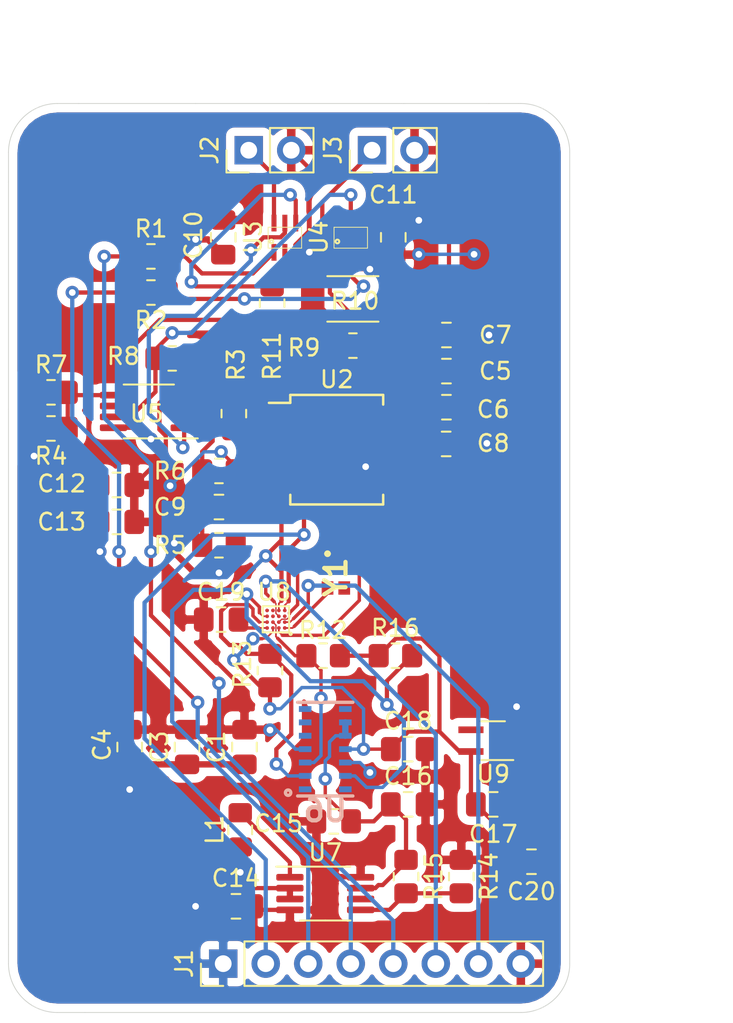
<source format=kicad_pcb>
(kicad_pcb (version 20171130) (host pcbnew "(5.1.7)-1")
  (layers (0 F.Cu signal) (31 B.Cu signal) (34 B.Paste user) (35 F.Paste user) (36 B.SilkS user) (37 F.SilkS user) (38 B.Mask user) (39 F.Mask user) (44 Edge.Cuts user))
  (net 0 "")
  (net 1 GND)
  (net 2 /PO_RST)
  (net 3 /PO_MFIO)
  (net 4 /REF_RES_SET)
  (net 5 /RFB_RES_SET)
  (net 6 /SDA)
  (net 7 /SCL)
  (net 8 "Net-(J2-Pad1)")
  (net 9 /ImpedanceAnalyzer/OP_-IN_B)
  (net 10 "Net-(L1-Pad2)")
  (net 11 +3V3)
  (net 12 "Net-(U2-Pad8)")
  (net 13 "Net-(U2-Pad7)")
  (net 14 "Net-(C9-Pad1)")
  (net 15 "Net-(R3-Pad2)")
  (net 16 "Net-(R3-Pad1)")
  (net 17 "Net-(U2-Pad3)")
  (net 18 "Net-(U2-Pad2)")
  (net 19 "Net-(U2-Pad1)")
  (net 20 /ImpedanceAnalyzer/OP_OUT_B)
  (net 21 /ImpedanceAnalyzer/OP_+IN_B)
  (net 22 /ImpedanceAnalyzer/OP_+IN_A)
  (net 23 /ImpedanceAnalyzer/OP_-IN_A)
  (net 24 "Net-(U6-Pad14)")
  (net 25 /PulseOximeter/HR_INT)
  (net 26 +1V8)
  (net 27 +5V)
  (net 28 "Net-(U6-Pad8)")
  (net 29 "Net-(U6-Pad7)")
  (net 30 "Net-(U6-Pad6)")
  (net 31 "Net-(U6-Pad5)")
  (net 32 /PulseOximeter/SNSR_SDA)
  (net 33 /PulseOximeter/SNSR_SCL)
  (net 34 "Net-(U6-Pad1)")
  (net 35 "Net-(C19-Pad1)")
  (net 36 /ImpedanceAnalyzer/IMP_SEL_REF)
  (net 37 /ImpedanceAnalyzer/IMP_SEL_RFB)
  (net 38 "Net-(R9-Pad1)")
  (net 39 "Net-(R10-Pad1)")
  (net 40 "Net-(R11-Pad2)")
  (net 41 "Net-(R14-Pad2)")
  (net 42 "Net-(U7-Pad6)")
  (net 43 "Net-(U8-PadA1)")
  (net 44 "Net-(U8-PadA2)")
  (net 45 "Net-(U8-PadC1)")
  (net 46 "Net-(U8-PadC3)")
  (net 47 "Net-(U8-PadD3)")
  (net 48 "Net-(U8-PadD4)")
  (net 49 "Net-(U9-Pad4)")
  (module FEMA_LIB_FOOT:MAX32664GWEA (layer F.Cu) (at 136.652 84.582 180)
    (fp_text reference U8 (at 0.889 2.413) (layer F.SilkS))
    (fp_text value MAX32664GWEA)
    (pad A1 smd circle (at 0.26 0.26 180) (size 0.22 0.22) (layers F.Cu F.Paste F.Mask) (net 43 "Net-(U8-PadA1)"))
    (pad A2 smd circle (at 0.615 0.26 180) (size 0.22 0.22) (layers F.Cu F.Paste F.Mask) (net 44 "Net-(U8-PadA2)"))
    (pad A3 smd circle (at 0.965 0.26 180) (size 0.22 0.22) (layers F.Cu F.Paste F.Mask) (net 26 +1V8))
    (pad A4 smd circle (at 1.315 0.26 180) (size 0.22 0.22) (layers F.Cu F.Paste F.Mask) (net 35 "Net-(C19-Pad1)"))
    (pad B1 smd circle (at 0.26 0.61 180) (size 0.22 0.22) (layers F.Cu F.Paste F.Mask) (net 2 /PO_RST))
    (pad B2 smd circle (at 0.615 0.61 180) (size 0.22 0.22) (layers F.Cu F.Paste F.Mask) (net 1 GND))
    (pad B3 smd circle (at 0.965 0.61 180) (size 0.22 0.22) (layers F.Cu F.Paste F.Mask) (net 32 /PulseOximeter/SNSR_SDA))
    (pad B4 smd circle (at 1.315 0.61 180) (size 0.22 0.22) (layers F.Cu F.Paste F.Mask) (net 33 /PulseOximeter/SNSR_SCL))
    (pad C1 smd circle (at 0.26 0.96 180) (size 0.22 0.22) (layers F.Cu F.Paste F.Mask) (net 45 "Net-(U8-PadC1)"))
    (pad C2 smd circle (at 0.615 0.96 180) (size 0.22 0.22) (layers F.Cu F.Paste F.Mask) (net 3 /PO_MFIO))
    (pad C3 smd circle (at 0.965 0.96 180) (size 0.22 0.22) (layers F.Cu F.Paste F.Mask) (net 46 "Net-(U8-PadC3)"))
    (pad C4 smd circle (at 1.315 0.96 180) (size 0.22 0.22) (layers F.Cu F.Paste F.Mask) (net 25 /PulseOximeter/HR_INT))
    (pad D1 smd circle (at 0.26 1.31 180) (size 0.22 0.22) (layers F.Cu F.Paste F.Mask) (net 7 /SCL))
    (pad D2 smd circle (at 0.615 1.31 180) (size 0.22 0.22) (layers F.Cu F.Paste F.Mask) (net 6 /SDA))
    (pad D3 smd circle (at 0.965 1.31 180) (size 0.22 0.22) (layers F.Cu F.Paste F.Mask) (net 47 "Net-(U8-PadD3)"))
    (pad D4 smd circle (at 1.315 1.31 180) (size 0.22 0.22) (layers F.Cu F.Paste F.Mask) (net 48 "Net-(U8-PadD4)"))
  )
  (module SamacSys_Parts:ECS327MVATX1CNTR (layer F.Cu) (at 139.446 81.28 270)
    (fp_text reference Y1 (at 0 0 90) (layer F.SilkS) (effects (font (size 1.27 1.27) (thickness 0.254))))
    (fp_text value "32.768 kHz" hide)
    (pad 4 smd rect (at -0.65 -0.5) (size 0.7 0.8) (layers F.Cu F.Paste F.Mask))
    (pad 3 smd rect (at 0.65 -0.5) (size 0.7 0.8) (layers F.Cu F.Paste F.Mask))
    (pad 2 smd rect (at 0.65 0.5) (size 0.7 0.8) (layers F.Cu F.Paste F.Mask) (net 43 "Net-(U8-PadA1)"))
    (pad 1 smd rect (at -0.65 0.5) (size 0.7 0.8) (layers F.Cu F.Paste F.Mask) (net 44 "Net-(U8-PadA2)"))
  )
  (module Resistor_SMD:R_2010_5025Metric_Pad1.40x2.65mm_HandSolder (layer F.Cu) (at 140.462 64.643 180)
    (fp_text reference R10 (at -0.127 -0.127) (layer F.SilkS))
    (fp_text value 20)
    (pad 2 smd roundrect (at 2.4 0 180) (size 1.4 2.65) (layers F.Cu F.Paste F.Mask) (roundrect_rratio 0.178571) (net 9 /ImpedanceAnalyzer/OP_-IN_B))
    (pad 1 smd roundrect (at -2.4 0 180) (size 1.4 2.65) (layers F.Cu F.Paste F.Mask) (roundrect_rratio 0.178571) (net 39 "Net-(R10-Pad1)"))
  )
  (module SamacSys_Parts:14-LEAD-OESIP (layer B.Cu) (at 138.811 91.567)
    (fp_text reference U6 (at 0 3.683) (layer B.SilkS) (effects (font (size 1.27 1.27) (thickness 0.254)) (justify mirror)))
    (fp_text value MAX30101EFD hide)
    (pad 14 smd rect (at 1.2 2.4 270) (size 0.35 0.75) (layers B.Cu B.Paste B.Mask) (net 24 "Net-(U6-Pad14)"))
    (pad 13 smd rect (at 1.2 1.6 270) (size 0.35 0.75) (layers B.Cu B.Paste B.Mask) (net 25 /PulseOximeter/HR_INT))
    (pad 12 smd rect (at 1.2 0.8 270) (size 0.35 0.75) (layers B.Cu B.Paste B.Mask) (net 1 GND))
    (pad 11 smd rect (at 1.2 0 270) (size 0.35 0.75) (layers B.Cu B.Paste B.Mask) (net 26 +1V8))
    (pad 10 smd rect (at 1.2 -0.8 270) (size 0.35 0.75) (layers B.Cu B.Paste B.Mask) (net 27 +5V))
    (pad 9 smd rect (at 1.2 -1.6 270) (size 0.35 0.75) (layers B.Cu B.Paste B.Mask) (net 27 +5V))
    (pad 8 smd rect (at 1.2 -2.4 270) (size 0.35 0.75) (layers B.Cu B.Paste B.Mask) (net 28 "Net-(U6-Pad8)"))
    (pad 7 smd rect (at -1.2 -2.4 270) (size 0.35 0.75) (layers B.Cu B.Paste B.Mask) (net 29 "Net-(U6-Pad7)"))
    (pad 6 smd rect (at -1.2 -1.6 270) (size 0.35 0.75) (layers B.Cu B.Paste B.Mask) (net 30 "Net-(U6-Pad6)"))
    (pad 5 smd rect (at -1.2 -0.8 270) (size 0.35 0.75) (layers B.Cu B.Paste B.Mask) (net 31 "Net-(U6-Pad5)"))
    (pad 4 smd rect (at -1.2 0 270) (size 0.35 0.75) (layers B.Cu B.Paste B.Mask) (net 1 GND))
    (pad 3 smd rect (at -1.2 0.8 270) (size 0.35 0.75) (layers B.Cu B.Paste B.Mask) (net 32 /PulseOximeter/SNSR_SDA))
    (pad 2 smd rect (at -1.2 1.6 270) (size 0.35 0.75) (layers B.Cu B.Paste B.Mask) (net 33 /PulseOximeter/SNSR_SCL))
    (pad 1 smd rect (at -1.2 2.4 270) (size 0.35 0.75) (layers B.Cu B.Paste B.Mask) (net 34 "Net-(U6-Pad1)"))
  )
  (module Package_TO_SOT_SMD:SOT-353_SC-70-5_Handsoldering (layer F.Cu) (at 148.844 91.059 180)
    (fp_text reference U9 (at 0 -2) (layer F.SilkS))
    (fp_text value SP6214)
    (pad 5 smd rect (at 1.33 -0.65 180) (size 1.5 0.4) (layers F.Cu F.Paste F.Mask) (net 26 +1V8))
    (pad 4 smd rect (at 1.33 0.65 180) (size 1.5 0.4) (layers F.Cu F.Paste F.Mask) (net 49 "Net-(U9-Pad4)"))
    (pad 3 smd rect (at -1.33 0.65 180) (size 1.5 0.4) (layers F.Cu F.Paste F.Mask) (net 11 +3V3))
    (pad 2 smd rect (at -1.33 0 180) (size 1.5 0.4) (layers F.Cu F.Paste F.Mask) (net 1 GND))
    (pad 1 smd rect (at -1.33 -0.65 180) (size 1.5 0.4) (layers F.Cu F.Paste F.Mask) (net 11 +3V3))
  )
  (module Package_SO:MSOP-8_3x3mm_P0.65mm (layer F.Cu) (at 138.811 100.203)
    (fp_text reference U7 (at 0 -2.45) (layer F.SilkS))
    (fp_text value PAM2401)
    (pad 8 smd roundrect (at 2.1125 -0.975) (size 1.625 0.4) (layers F.Cu F.Paste F.Mask) (net 1 GND))
    (pad 7 smd roundrect (at 2.1125 -0.325) (size 1.625 0.4) (layers F.Cu F.Paste F.Mask) (net 27 +5V))
    (pad 6 smd roundrect (at 2.1125 0.325) (size 1.625 0.4) (layers F.Cu F.Paste F.Mask) (net 42 "Net-(U7-Pad6)"))
    (pad 5 smd roundrect (at 2.1125 0.975) (size 1.625 0.4) (layers F.Cu F.Paste F.Mask) (net 41 "Net-(R14-Pad2)"))
    (pad 4 smd roundrect (at -2.1125 0.975) (size 1.625 0.4) (layers F.Cu F.Paste F.Mask) (net 1 GND))
    (pad 3 smd roundrect (at -2.1125 0.325) (size 1.625 0.4) (layers F.Cu F.Paste F.Mask) (net 11 +3V3))
    (pad 2 smd roundrect (at -2.1125 -0.325) (size 1.625 0.4) (layers F.Cu F.Paste F.Mask) (net 11 +3V3))
    (pad 1 smd roundrect (at -2.1125 -0.975) (size 1.625 0.4) (layers F.Cu F.Paste F.Mask) (net 10 "Net-(L1-Pad2)"))
  )
  (module FEMA_LIB_FOOT:ADG849 (layer F.Cu) (at 136.398 60.96 90)
    (fp_text reference U3 (at 0 -1.9 90) (layer F.SilkS))
    (fp_text value ADG849)
    (pad 6 smd rect (at 0.85 -0.65 90) (size 1 0.3) (layers F.Cu F.Paste F.Mask) (net 8 "Net-(J2-Pad1)"))
    (pad 5 smd rect (at 0.85 0 90) (size 1 0.3) (layers F.Cu F.Paste F.Mask) (net 23 /ImpedanceAnalyzer/OP_-IN_A))
    (pad 4 smd rect (at 0.85 0.65 90) (size 1 0.3) (layers F.Cu F.Paste F.Mask) (net 40 "Net-(R11-Pad2)"))
    (pad 3 smd rect (at -0.9 0.65 90) (size 1 0.3) (layers F.Cu F.Paste F.Mask) (net 1 GND))
    (pad 2 smd rect (at -0.9 0 90) (size 1 0.3) (layers F.Cu F.Paste F.Mask) (net 11 +3V3))
    (pad 1 smd rect (at -0.9 -0.65 90) (size 1 0.3) (layers F.Cu F.Paste F.Mask) (net 36 /ImpedanceAnalyzer/IMP_SEL_REF))
  )
  (module FEMA_LIB_FOOT:ADG849 (layer F.Cu) (at 140.335 60.96 90)
    (fp_text reference U4 (at 0 -1.9 90) (layer F.SilkS))
    (fp_text value ADG849)
    (pad 6 smd rect (at 0.85 -0.65 90) (size 1 0.3) (layers F.Cu F.Paste F.Mask) (net 39 "Net-(R10-Pad1)"))
    (pad 5 smd rect (at 0.85 0 90) (size 1 0.3) (layers F.Cu F.Paste F.Mask) (net 20 /ImpedanceAnalyzer/OP_OUT_B))
    (pad 4 smd rect (at 0.85 0.65 90) (size 1 0.3) (layers F.Cu F.Paste F.Mask) (net 38 "Net-(R9-Pad1)"))
    (pad 3 smd rect (at -0.9 0.65 90) (size 1 0.3) (layers F.Cu F.Paste F.Mask) (net 1 GND))
    (pad 2 smd rect (at -0.9 0 90) (size 1 0.3) (layers F.Cu F.Paste F.Mask) (net 11 +3V3))
    (pad 1 smd rect (at -0.9 -0.65 90) (size 1 0.3) (layers F.Cu F.Paste F.Mask) (net 37 /ImpedanceAnalyzer/IMP_SEL_RFB))
  )
  (module Resistor_SMD:R_0805_2012Metric_Pad1.20x1.40mm_HandSolder (layer F.Cu) (at 143.002 85.979)
    (fp_text reference R16 (at 0 -1.65) (layer F.SilkS))
    (fp_text value 4.7K)
    (pad 2 smd roundrect (at 1 0) (size 1.2 1.4) (layers F.Cu F.Paste F.Mask) (roundrect_rratio 0.208333) (net 25 /PulseOximeter/HR_INT))
    (pad 1 smd roundrect (at -1 0) (size 1.2 1.4) (layers F.Cu F.Paste F.Mask) (roundrect_rratio 0.208333) (net 26 +1V8))
  )
  (module Resistor_SMD:R_0805_2012Metric_Pad1.20x1.40mm_HandSolder (layer F.Cu) (at 143.637 99.187 270)
    (fp_text reference R15 (at 0 -1.65 90) (layer F.SilkS))
    (fp_text value 750K)
    (pad 2 smd roundrect (at 1 0 270) (size 1.2 1.4) (layers F.Cu F.Paste F.Mask) (roundrect_rratio 0.208333) (net 41 "Net-(R14-Pad2)"))
    (pad 1 smd roundrect (at -1 0 270) (size 1.2 1.4) (layers F.Cu F.Paste F.Mask) (roundrect_rratio 0.208333) (net 27 +5V))
  )
  (module Resistor_SMD:R_0805_2012Metric_Pad1.20x1.40mm_HandSolder (layer F.Cu) (at 146.939 99.187 270)
    (fp_text reference R14 (at 0 -1.65 90) (layer F.SilkS))
    (fp_text value 100K)
    (pad 2 smd roundrect (at 1 0 270) (size 1.2 1.4) (layers F.Cu F.Paste F.Mask) (roundrect_rratio 0.208333) (net 41 "Net-(R14-Pad2)"))
    (pad 1 smd roundrect (at -1 0 270) (size 1.2 1.4) (layers F.Cu F.Paste F.Mask) (roundrect_rratio 0.208333) (net 1 GND))
  )
  (module Resistor_SMD:R_0805_2012Metric_Pad1.20x1.40mm_HandSolder (layer F.Cu) (at 135.509 86.868 90)
    (fp_text reference R13 (at 0.381 -1.65 90) (layer F.SilkS))
    (fp_text value 4.7K)
    (pad 2 smd roundrect (at 1 0 90) (size 1.2 1.4) (layers F.Cu F.Paste F.Mask) (roundrect_rratio 0.208333) (net 33 /PulseOximeter/SNSR_SCL))
    (pad 1 smd roundrect (at -1 0 90) (size 1.2 1.4) (layers F.Cu F.Paste F.Mask) (roundrect_rratio 0.208333) (net 26 +1V8))
  )
  (module Resistor_SMD:R_0805_2012Metric_Pad1.20x1.40mm_HandSolder (layer F.Cu) (at 138.684 85.979 180)
    (fp_text reference R12 (at 0 1.524) (layer F.SilkS))
    (fp_text value 4.7K)
    (pad 2 smd roundrect (at 1 0 180) (size 1.2 1.4) (layers F.Cu F.Paste F.Mask) (roundrect_rratio 0.208333) (net 32 /PulseOximeter/SNSR_SDA))
    (pad 1 smd roundrect (at -1 0 180) (size 1.2 1.4) (layers F.Cu F.Paste F.Mask) (roundrect_rratio 0.208333) (net 26 +1V8))
  )
  (module Resistor_SMD:R_0805_2012Metric_Pad1.20x1.40mm_HandSolder (layer F.Cu) (at 135.636 64.897 90)
    (fp_text reference R11 (at -3.175 0 90) (layer F.SilkS))
    (fp_text value 300)
    (pad 2 smd roundrect (at 1 0 90) (size 1.2 1.4) (layers F.Cu F.Paste F.Mask) (roundrect_rratio 0.208333) (net 40 "Net-(R11-Pad2)"))
    (pad 1 smd roundrect (at -1 0 90) (size 1.2 1.4) (layers F.Cu F.Paste F.Mask) (roundrect_rratio 0.208333) (net 9 /ImpedanceAnalyzer/OP_-IN_B))
  )
  (module Resistor_SMD:R_0805_2012Metric_Pad1.20x1.40mm_HandSolder (layer F.Cu) (at 140.462 67.437 180)
    (fp_text reference R9 (at 2.921 -0.127) (layer F.SilkS))
    (fp_text value 100k)
    (pad 2 smd roundrect (at 1 0 180) (size 1.2 1.4) (layers F.Cu F.Paste F.Mask) (roundrect_rratio 0.208333) (net 9 /ImpedanceAnalyzer/OP_-IN_B))
    (pad 1 smd roundrect (at -1 0 180) (size 1.2 1.4) (layers F.Cu F.Paste F.Mask) (roundrect_rratio 0.208333) (net 38 "Net-(R9-Pad1)"))
  )
  (module Resistor_SMD:R_0805_2012Metric_Pad1.20x1.40mm_HandSolder (layer F.Cu) (at 129.667 68.199)
    (fp_text reference R8 (at -2.921 -0.127 180) (layer F.SilkS))
    (fp_text value 20K)
    (pad 2 smd roundrect (at 1 0) (size 1.2 1.4) (layers F.Cu F.Paste F.Mask) (roundrect_rratio 0.208333) (net 15 "Net-(R3-Pad2)"))
    (pad 1 smd roundrect (at -1 0) (size 1.2 1.4) (layers F.Cu F.Paste F.Mask) (roundrect_rratio 0.208333) (net 20 /ImpedanceAnalyzer/OP_OUT_B))
  )
  (module Resistor_SMD:R_0805_2012Metric_Pad1.20x1.40mm_HandSolder (layer F.Cu) (at 122.428 70.231)
    (fp_text reference R7 (at 0 -1.65) (layer F.SilkS))
    (fp_text value 49.9k)
    (pad 2 smd roundrect (at 1 0) (size 1.2 1.4) (layers F.Cu F.Paste F.Mask) (roundrect_rratio 0.208333) (net 21 /ImpedanceAnalyzer/OP_+IN_B))
    (pad 1 smd roundrect (at -1 0) (size 1.2 1.4) (layers F.Cu F.Paste F.Mask) (roundrect_rratio 0.208333) (net 1 GND))
  )
  (module Resistor_SMD:R_0805_2012Metric_Pad1.20x1.40mm_HandSolder (layer F.Cu) (at 132.461 74.93 180)
    (fp_text reference R6 (at 2.921 0) (layer F.SilkS))
    (fp_text value 49.9k)
    (pad 2 smd roundrect (at 1 0 180) (size 1.2 1.4) (layers F.Cu F.Paste F.Mask) (roundrect_rratio 0.208333) (net 22 /ImpedanceAnalyzer/OP_+IN_A))
    (pad 1 smd roundrect (at -1 0 180) (size 1.2 1.4) (layers F.Cu F.Paste F.Mask) (roundrect_rratio 0.208333) (net 1 GND))
  )
  (module Resistor_SMD:R_0805_2012Metric_Pad1.20x1.40mm_HandSolder (layer F.Cu) (at 132.461 79.375)
    (fp_text reference R5 (at -2.921 0) (layer F.SilkS))
    (fp_text value 49.9k)
    (pad 2 smd roundrect (at 1 0) (size 1.2 1.4) (layers F.Cu F.Paste F.Mask) (roundrect_rratio 0.208333) (net 11 +3V3))
    (pad 1 smd roundrect (at -1 0) (size 1.2 1.4) (layers F.Cu F.Paste F.Mask) (roundrect_rratio 0.208333) (net 22 /ImpedanceAnalyzer/OP_+IN_A))
  )
  (module Resistor_SMD:R_0805_2012Metric_Pad1.20x1.40mm_HandSolder (layer F.Cu) (at 122.428 72.39 180)
    (fp_text reference R4 (at 0 -1.65) (layer F.SilkS))
    (fp_text value 49.9k)
    (pad 2 smd roundrect (at 1 0 180) (size 1.2 1.4) (layers F.Cu F.Paste F.Mask) (roundrect_rratio 0.208333) (net 11 +3V3))
    (pad 1 smd roundrect (at -1 0 180) (size 1.2 1.4) (layers F.Cu F.Paste F.Mask) (roundrect_rratio 0.208333) (net 21 /ImpedanceAnalyzer/OP_+IN_B))
  )
  (module Resistor_SMD:R_0805_2012Metric_Pad1.20x1.40mm_HandSolder (layer F.Cu) (at 133.35 71.501 270)
    (fp_text reference R3 (at -2.921 -0.127 90) (layer F.SilkS))
    (fp_text value 20K)
    (pad 2 smd roundrect (at 1 0 270) (size 1.2 1.4) (layers F.Cu F.Paste F.Mask) (roundrect_rratio 0.208333) (net 15 "Net-(R3-Pad2)"))
    (pad 1 smd roundrect (at -1 0 270) (size 1.2 1.4) (layers F.Cu F.Paste F.Mask) (roundrect_rratio 0.208333) (net 16 "Net-(R3-Pad1)"))
  )
  (module Resistor_SMD:R_0805_2012Metric_Pad1.20x1.40mm_HandSolder (layer F.Cu) (at 128.397 64.262 180)
    (fp_text reference R2 (at 0 -1.651) (layer F.SilkS))
    (fp_text value 10K)
    (pad 2 smd roundrect (at 1 0 180) (size 1.2 1.4) (layers F.Cu F.Paste F.Mask) (roundrect_rratio 0.208333) (net 5 /RFB_RES_SET))
    (pad 1 smd roundrect (at -1 0 180) (size 1.2 1.4) (layers F.Cu F.Paste F.Mask) (roundrect_rratio 0.208333) (net 37 /ImpedanceAnalyzer/IMP_SEL_RFB))
  )
  (module Resistor_SMD:R_0805_2012Metric_Pad1.20x1.40mm_HandSolder (layer F.Cu) (at 128.397 62.103 180)
    (fp_text reference R1 (at 0 1.651) (layer F.SilkS))
    (fp_text value 10K)
    (pad 1 smd roundrect (at -1 0 180) (size 1.2 1.4) (layers F.Cu F.Paste F.Mask) (roundrect_rratio 0.208333) (net 36 /ImpedanceAnalyzer/IMP_SEL_REF))
    (pad 2 smd roundrect (at 1 0 180) (size 1.2 1.4) (layers F.Cu F.Paste F.Mask) (roundrect_rratio 0.208333) (net 4 /REF_RES_SET))
  )
  (module Capacitor_SMD:C_0805_2012Metric_Pad1.18x1.45mm_HandSolder (layer F.Cu) (at 151.13 98.298)
    (fp_text reference C20 (at 0 1.778) (layer F.SilkS))
    (fp_text value 1.0uF)
    (pad 2 smd roundrect (at 1.0375 0) (size 1.175 1.45) (layers F.Cu F.Paste F.Mask) (roundrect_rratio 0.212766) (net 1 GND))
    (pad 1 smd roundrect (at -1.0375 0) (size 1.175 1.45) (layers F.Cu F.Paste F.Mask) (roundrect_rratio 0.212766) (net 26 +1V8))
  )
  (module Capacitor_SMD:C_0805_2012Metric_Pad1.18x1.45mm_HandSolder (layer F.Cu) (at 132.588 83.82 180)
    (fp_text reference C19 (at 0 1.651) (layer F.SilkS))
    (fp_text value 1.0uF)
    (pad 2 smd roundrect (at 1.0375 0 180) (size 1.175 1.45) (layers F.Cu F.Paste F.Mask) (roundrect_rratio 0.212766) (net 1 GND))
    (pad 1 smd roundrect (at -1.0375 0 180) (size 1.175 1.45) (layers F.Cu F.Paste F.Mask) (roundrect_rratio 0.212766) (net 35 "Net-(C19-Pad1)"))
  )
  (module Capacitor_SMD:C_0805_2012Metric_Pad1.18x1.45mm_HandSolder (layer F.Cu) (at 143.764 91.567)
    (fp_text reference C18 (at 0 -1.68) (layer F.SilkS))
    (fp_text value 1.0uF)
    (pad 2 smd roundrect (at 1.0375 0) (size 1.175 1.45) (layers F.Cu F.Paste F.Mask) (roundrect_rratio 0.212766) (net 1 GND))
    (pad 1 smd roundrect (at -1.0375 0) (size 1.175 1.45) (layers F.Cu F.Paste F.Mask) (roundrect_rratio 0.212766) (net 26 +1V8))
  )
  (module Capacitor_SMD:C_0805_2012Metric_Pad1.18x1.45mm_HandSolder (layer F.Cu) (at 148.844 94.869)
    (fp_text reference C17 (at 0 1.778) (layer F.SilkS))
    (fp_text value 10uF)
    (pad 2 smd roundrect (at 1.0375 0) (size 1.175 1.45) (layers F.Cu F.Paste F.Mask) (roundrect_rratio 0.212766) (net 1 GND))
    (pad 1 smd roundrect (at -1.0375 0) (size 1.175 1.45) (layers F.Cu F.Paste F.Mask) (roundrect_rratio 0.212766) (net 26 +1V8))
  )
  (module Capacitor_SMD:C_0805_2012Metric_Pad1.18x1.45mm_HandSolder (layer F.Cu) (at 143.764 94.869)
    (fp_text reference C16 (at 0 -1.68) (layer F.SilkS))
    (fp_text value 10uF)
    (pad 2 smd roundrect (at 1.0375 0) (size 1.175 1.45) (layers F.Cu F.Paste F.Mask) (roundrect_rratio 0.212766) (net 1 GND))
    (pad 1 smd roundrect (at -1.0375 0) (size 1.175 1.45) (layers F.Cu F.Paste F.Mask) (roundrect_rratio 0.212766) (net 27 +5V))
  )
  (module Capacitor_SMD:C_0805_2012Metric_Pad1.18x1.45mm_HandSolder (layer F.Cu) (at 139.319 95.885 180)
    (fp_text reference C15 (at 3.302 -0.127) (layer F.SilkS))
    (fp_text value 22uF)
    (pad 2 smd roundrect (at 1.0375 0 180) (size 1.175 1.45) (layers F.Cu F.Paste F.Mask) (roundrect_rratio 0.212766) (net 1 GND))
    (pad 1 smd roundrect (at -1.0375 0 180) (size 1.175 1.45) (layers F.Cu F.Paste F.Mask) (roundrect_rratio 0.212766) (net 27 +5V))
  )
  (module Capacitor_SMD:C_0805_2012Metric_Pad1.18x1.45mm_HandSolder (layer F.Cu) (at 133.477 100.965)
    (fp_text reference C14 (at 0 -1.68) (layer F.SilkS))
    (fp_text value 10uF)
    (pad 2 smd roundrect (at 1.0375 0) (size 1.175 1.45) (layers F.Cu F.Paste F.Mask) (roundrect_rratio 0.212766) (net 1 GND))
    (pad 1 smd roundrect (at -1.0375 0) (size 1.175 1.45) (layers F.Cu F.Paste F.Mask) (roundrect_rratio 0.212766) (net 11 +3V3))
  )
  (module Capacitor_SMD:C_0805_2012Metric_Pad1.18x1.45mm_HandSolder (layer F.Cu) (at 126.365 77.978)
    (fp_text reference C13 (at -3.302 0) (layer F.SilkS))
    (fp_text value 0.1uF)
    (pad 2 smd roundrect (at 1.0375 0) (size 1.175 1.45) (layers F.Cu F.Paste F.Mask) (roundrect_rratio 0.212766) (net 1 GND))
    (pad 1 smd roundrect (at -1.0375 0) (size 1.175 1.45) (layers F.Cu F.Paste F.Mask) (roundrect_rratio 0.212766) (net 11 +3V3))
  )
  (module Capacitor_SMD:C_0805_2012Metric_Pad1.18x1.45mm_HandSolder (layer F.Cu) (at 126.365 75.769)
    (fp_text reference C12 (at -3.302 -0.077) (layer F.SilkS))
    (fp_text value 0.1uF)
    (pad 2 smd roundrect (at 1.0375 0) (size 1.175 1.45) (layers F.Cu F.Paste F.Mask) (roundrect_rratio 0.212766) (net 1 GND))
    (pad 1 smd roundrect (at -1.0375 0) (size 1.175 1.45) (layers F.Cu F.Paste F.Mask) (roundrect_rratio 0.212766) (net 11 +3V3))
  )
  (module Capacitor_SMD:C_0805_2012Metric_Pad1.18x1.45mm_HandSolder (layer F.Cu) (at 142.875 60.96 90)
    (fp_text reference C11 (at 2.54 0 180) (layer F.SilkS))
    (fp_text value 0.1uF)
    (pad 2 smd roundrect (at 1.0375 0 90) (size 1.175 1.45) (layers F.Cu F.Paste F.Mask) (roundrect_rratio 0.212766) (net 11 +3V3))
    (pad 1 smd roundrect (at -1.0375 0 90) (size 1.175 1.45) (layers F.Cu F.Paste F.Mask) (roundrect_rratio 0.212766) (net 1 GND))
  )
  (module Capacitor_SMD:C_0805_2012Metric_Pad1.18x1.45mm_HandSolder (layer F.Cu) (at 132.715 60.96 270)
    (fp_text reference C10 (at -0.127 1.778 90) (layer F.SilkS))
    (fp_text value 0.1uF)
    (pad 2 smd roundrect (at 1.0375 0 270) (size 1.175 1.45) (layers F.Cu F.Paste F.Mask) (roundrect_rratio 0.212766) (net 11 +3V3))
    (pad 1 smd roundrect (at -1.0375 0 270) (size 1.175 1.45) (layers F.Cu F.Paste F.Mask) (roundrect_rratio 0.212766) (net 1 GND))
  )
  (module Capacitor_SMD:C_0805_2012Metric_Pad1.18x1.45mm_HandSolder (layer F.Cu) (at 132.461 77.089 180)
    (fp_text reference C9 (at 2.921 0) (layer F.SilkS))
    (fp_text value 47nF)
    (pad 2 smd roundrect (at 1.0375 0 180) (size 1.175 1.45) (layers F.Cu F.Paste F.Mask) (roundrect_rratio 0.212766) (net 22 /ImpedanceAnalyzer/OP_+IN_A))
    (pad 1 smd roundrect (at -1.0375 0 180) (size 1.175 1.45) (layers F.Cu F.Paste F.Mask) (roundrect_rratio 0.212766) (net 14 "Net-(C9-Pad1)"))
  )
  (module Capacitor_SMD:C_0805_2012Metric_Pad1.18x1.45mm_HandSolder (layer F.Cu) (at 146.034 73.316 180)
    (fp_text reference C8 (at -2.81 0.037) (layer F.SilkS))
    (fp_text value 0.1uF)
    (pad 2 smd roundrect (at 1.0375 0 180) (size 1.175 1.45) (layers F.Cu F.Paste F.Mask) (roundrect_rratio 0.212766) (net 1 GND))
    (pad 1 smd roundrect (at -1.0375 0 180) (size 1.175 1.45) (layers F.Cu F.Paste F.Mask) (roundrect_rratio 0.212766) (net 11 +3V3))
  )
  (module Capacitor_SMD:C_0805_2012Metric_Pad1.18x1.45mm_HandSolder (layer F.Cu) (at 146.05 66.802 180)
    (fp_text reference C7 (at -2.921 0) (layer F.SilkS))
    (fp_text value 0.1uF)
    (pad 2 smd roundrect (at 1.0375 0 180) (size 1.175 1.45) (layers F.Cu F.Paste F.Mask) (roundrect_rratio 0.212766) (net 1 GND))
    (pad 1 smd roundrect (at -1.0375 0 180) (size 1.175 1.45) (layers F.Cu F.Paste F.Mask) (roundrect_rratio 0.212766) (net 11 +3V3))
  )
  (module Capacitor_SMD:C_0805_2012Metric_Pad1.18x1.45mm_HandSolder (layer F.Cu) (at 146.05 71.12 180)
    (fp_text reference C6 (at -2.794 -0.127) (layer F.SilkS))
    (fp_text value 0.1uF)
    (pad 2 smd roundrect (at 1.0375 0 180) (size 1.175 1.45) (layers F.Cu F.Paste F.Mask) (roundrect_rratio 0.212766) (net 1 GND))
    (pad 1 smd roundrect (at -1.0375 0 180) (size 1.175 1.45) (layers F.Cu F.Paste F.Mask) (roundrect_rratio 0.212766) (net 11 +3V3))
  )
  (module Capacitor_SMD:C_0805_2012Metric_Pad1.18x1.45mm_HandSolder (layer F.Cu) (at 146.05 68.961 180)
    (fp_text reference C5 (at -2.921 0) (layer F.SilkS))
    (fp_text value 0.1uF)
    (pad 2 smd roundrect (at 1.0375 0 180) (size 1.175 1.45) (layers F.Cu F.Paste F.Mask) (roundrect_rratio 0.212766) (net 1 GND))
    (pad 1 smd roundrect (at -1.0375 0 180) (size 1.175 1.45) (layers F.Cu F.Paste F.Mask) (roundrect_rratio 0.212766) (net 11 +3V3))
  )
  (module Capacitor_SMD:C_0805_2012Metric_Pad1.18x1.45mm_HandSolder (layer F.Cu) (at 127.127 91.44 90)
    (fp_text reference C4 (at 0.127 -1.651 90) (layer F.SilkS))
    (fp_text value 0.1uF)
    (pad 2 smd roundrect (at 1.0375 0 90) (size 1.175 1.45) (layers F.Cu F.Paste F.Mask) (roundrect_rratio 0.212766) (net 1 GND))
    (pad 1 smd roundrect (at -1.0375 0 90) (size 1.175 1.45) (layers F.Cu F.Paste F.Mask) (roundrect_rratio 0.212766) (net 11 +3V3))
  )
  (module Capacitor_SMD:C_0805_2012Metric_Pad1.18x1.45mm_HandSolder (layer F.Cu) (at 130.556 91.44 90)
    (fp_text reference C3 (at 0 -1.651 90) (layer F.SilkS))
    (fp_text value 0.1uF)
    (pad 2 smd roundrect (at 1.0375 0 90) (size 1.175 1.45) (layers F.Cu F.Paste F.Mask) (roundrect_rratio 0.212766) (net 1 GND))
    (pad 1 smd roundrect (at -1.0375 0 90) (size 1.175 1.45) (layers F.Cu F.Paste F.Mask) (roundrect_rratio 0.212766) (net 11 +3V3))
  )
  (module Capacitor_SMD:C_0805_2012Metric_Pad1.18x1.45mm_HandSolder (layer F.Cu) (at 133.985 91.44 90)
    (fp_text reference C1 (at 0 -1.68 90) (layer F.SilkS))
    (fp_text value 10uF)
    (pad 2 smd roundrect (at 1.0375 0 90) (size 1.175 1.45) (layers F.Cu F.Paste F.Mask) (roundrect_rratio 0.212766) (net 1 GND))
    (pad 1 smd roundrect (at -1.0375 0 90) (size 1.175 1.45) (layers F.Cu F.Paste F.Mask) (roundrect_rratio 0.212766) (net 11 +3V3))
  )
  (module Package_SO:MSOP-8_3x3mm_P0.65mm (layer F.Cu) (at 128.27 71.374 180)
    (fp_text reference U5 (at 0.127 -0.127) (layer F.SilkS))
    (fp_text value AD8606)
    (pad 8 smd roundrect (at 2.1125 -0.975 180) (size 1.625 0.4) (layers F.Cu F.Paste F.Mask) (net 11 +3V3))
    (pad 7 smd roundrect (at 2.1125 -0.325 180) (size 1.625 0.4) (layers F.Cu F.Paste F.Mask) (net 20 /ImpedanceAnalyzer/OP_OUT_B))
    (pad 6 smd roundrect (at 2.1125 0.325 180) (size 1.625 0.4) (layers F.Cu F.Paste F.Mask) (net 9 /ImpedanceAnalyzer/OP_-IN_B))
    (pad 5 smd roundrect (at 2.1125 0.975 180) (size 1.625 0.4) (layers F.Cu F.Paste F.Mask) (net 21 /ImpedanceAnalyzer/OP_+IN_B))
    (pad 4 smd roundrect (at -2.1125 0.975 180) (size 1.625 0.4) (layers F.Cu F.Paste F.Mask) (net 1 GND))
    (pad 3 smd roundrect (at -2.1125 0.325 180) (size 1.625 0.4) (layers F.Cu F.Paste F.Mask) (net 22 /ImpedanceAnalyzer/OP_+IN_A))
    (pad 2 smd roundrect (at -2.1125 -0.325 180) (size 1.625 0.4) (layers F.Cu F.Paste F.Mask) (net 23 /ImpedanceAnalyzer/OP_-IN_A))
    (pad 1 smd roundrect (at -2.1125 -0.975 180) (size 1.625 0.4) (layers F.Cu F.Paste F.Mask) (net 23 /ImpedanceAnalyzer/OP_-IN_A))
  )
  (module Package_SO:SSOP-16_5.3x6.2mm_P0.65mm (layer F.Cu) (at 139.4968 73.66)
    (fp_text reference U2 (at 0 -4.2) (layer F.SilkS))
    (fp_text value AD5933)
    (pad 16 smd rect (at 3.45 -2.275) (size 1.2 0.4) (layers F.Cu F.Paste F.Mask) (net 7 /SCL))
    (pad 15 smd rect (at 3.45 -1.625) (size 1.2 0.4) (layers F.Cu F.Paste F.Mask) (net 6 /SDA))
    (pad 14 smd rect (at 3.45 -0.975) (size 1.2 0.4) (layers F.Cu F.Paste F.Mask) (net 1 GND))
    (pad 13 smd rect (at 3.45 -0.325) (size 1.2 0.4) (layers F.Cu F.Paste F.Mask) (net 1 GND))
    (pad 12 smd rect (at 3.45 0.325) (size 1.2 0.4) (layers F.Cu F.Paste F.Mask) (net 1 GND))
    (pad 11 smd rect (at 3.45 0.975) (size 1.2 0.4) (layers F.Cu F.Paste F.Mask) (net 11 +3V3))
    (pad 10 smd rect (at 3.45 1.625) (size 1.2 0.4) (layers F.Cu F.Paste F.Mask) (net 11 +3V3))
    (pad 9 smd rect (at 3.45 2.275) (size 1.2 0.4) (layers F.Cu F.Paste F.Mask) (net 11 +3V3))
    (pad 8 smd rect (at -3.45 2.275) (size 1.2 0.4) (layers F.Cu F.Paste F.Mask) (net 12 "Net-(U2-Pad8)"))
    (pad 7 smd rect (at -3.45 1.625) (size 1.2 0.4) (layers F.Cu F.Paste F.Mask) (net 13 "Net-(U2-Pad7)"))
    (pad 6 smd rect (at -3.45 0.975) (size 1.2 0.4) (layers F.Cu F.Paste F.Mask) (net 14 "Net-(C9-Pad1)"))
    (pad 5 smd rect (at -3.45 0.325) (size 1.2 0.4) (layers F.Cu F.Paste F.Mask) (net 15 "Net-(R3-Pad2)"))
    (pad 4 smd rect (at -3.45 -0.325) (size 1.2 0.4) (layers F.Cu F.Paste F.Mask) (net 16 "Net-(R3-Pad1)"))
    (pad 3 smd rect (at -3.45 -0.975) (size 1.2 0.4) (layers F.Cu F.Paste F.Mask) (net 17 "Net-(U2-Pad3)"))
    (pad 2 smd rect (at -3.45 -1.625) (size 1.2 0.4) (layers F.Cu F.Paste F.Mask) (net 18 "Net-(U2-Pad2)"))
    (pad 1 smd rect (at -3.45 -2.275) (size 1.2 0.4) (layers F.Cu F.Paste F.Mask) (net 19 "Net-(U2-Pad1)"))
  )
  (module Inductor_SMD:L_0805_2012Metric_Pad1.15x1.40mm_HandSolder (layer F.Cu) (at 133.731 96.393 90)
    (fp_text reference L1 (at 0 -1.524 90) (layer F.SilkS))
    (fp_text value 2.2uH)
    (pad 2 smd roundrect (at 1.025 0 90) (size 1.15 1.4) (layers F.Cu F.Paste F.Mask) (roundrect_rratio 0.217391) (net 10 "Net-(L1-Pad2)"))
    (pad 1 smd roundrect (at -1.025 0 90) (size 1.15 1.4) (layers F.Cu F.Paste F.Mask) (roundrect_rratio 0.217391) (net 11 +3V3))
  )
  (module Connector_PinHeader_2.54mm:PinHeader_1x02_P2.54mm_Vertical (layer F.Cu) (at 141.605 55.753 90)
    (fp_text reference J3 (at 0 -2.33 90) (layer F.SilkS))
    (fp_text value "Electrode -")
    (pad 2 thru_hole oval (at 0 2.54 90) (size 1.7 1.7) (drill 1) (layers *.Cu *.Mask) (net 1 GND))
    (pad 1 thru_hole rect (at 0 0 90) (size 1.7 1.7) (drill 1) (layers *.Cu *.Mask) (net 9 /ImpedanceAnalyzer/OP_-IN_B))
  )
  (module Connector_PinHeader_2.54mm:PinHeader_1x02_P2.54mm_Vertical (layer F.Cu) (at 134.239 55.753 90)
    (fp_text reference J2 (at 0 -2.33 90) (layer F.SilkS))
    (fp_text value "Electrode +")
    (pad 2 thru_hole oval (at 0 2.54 90) (size 1.7 1.7) (drill 1) (layers *.Cu *.Mask) (net 1 GND))
    (pad 1 thru_hole rect (at 0 0 90) (size 1.7 1.7) (drill 1) (layers *.Cu *.Mask) (net 8 "Net-(J2-Pad1)"))
  )
  (module Connector_PinHeader_2.54mm:PinHeader_1x08_P2.54mm_Vertical (layer F.Cu) (at 132.715 104.394 90)
    (fp_text reference J1 (at 0 -2.33 90) (layer F.SilkS))
    (fp_text value Conn_01x08)
    (pad 8 thru_hole oval (at 0 17.78 90) (size 1.7 1.7) (drill 1) (layers *.Cu *.Mask) (net 1 GND))
    (pad 7 thru_hole oval (at 0 15.24 90) (size 1.7 1.7) (drill 1) (layers *.Cu *.Mask) (net 2 /PO_RST))
    (pad 6 thru_hole oval (at 0 12.7 90) (size 1.7 1.7) (drill 1) (layers *.Cu *.Mask) (net 3 /PO_MFIO))
    (pad 5 thru_hole oval (at 0 10.16 90) (size 1.7 1.7) (drill 1) (layers *.Cu *.Mask) (net 4 /REF_RES_SET))
    (pad 4 thru_hole oval (at 0 7.62 90) (size 1.7 1.7) (drill 1) (layers *.Cu *.Mask) (net 5 /RFB_RES_SET))
    (pad 3 thru_hole oval (at 0 5.08 90) (size 1.7 1.7) (drill 1) (layers *.Cu *.Mask) (net 6 /SDA))
    (pad 2 thru_hole oval (at 0 2.54 90) (size 1.7 1.7) (drill 1) (layers *.Cu *.Mask) (net 7 /SCL))
    (pad 1 thru_hole rect (at 0 0 90) (size 1.7 1.7) (drill 1) (layers *.Cu *.Mask) (net 11 +3V3))
  )
  (gr_line (start 119.888 55.88) (end 119.888 57.658) (layer Edge.Cuts) (width 0.05))
  (gr_line (start 122.809 52.959) (end 124.079 52.959) (layer Edge.Cuts) (width 0.05))
  (gr_arc (start 122.809 55.88) (end 122.809 52.959) (angle -90) (layer Edge.Cuts) (width 0.05))
  (gr_line (start 131.064 52.959) (end 124.079 52.959) (layer Edge.Cuts) (width 0.05))
  (gr_line (start 148.59 52.959) (end 150.495 52.959) (layer Edge.Cuts) (width 0.05))
  (gr_line (start 153.416 55.88) (end 153.416 58.674) (layer Edge.Cuts) (width 0.05))
  (gr_arc (start 150.495 55.88) (end 153.416 55.88) (angle -90) (layer Edge.Cuts) (width 0.05))
  (gr_line (start 153.416 58.801) (end 153.416 58.674) (layer Edge.Cuts) (width 0.05))
  (gr_line (start 119.888 71.247) (end 119.888 57.658) (layer Edge.Cuts) (width 0.05))
  (gr_line (start 119.888 104.394) (end 119.888 103.251) (layer Edge.Cuts) (width 0.05))
  (gr_line (start 124.46 107.315) (end 122.809 107.315) (layer Edge.Cuts) (width 0.05))
  (gr_arc (start 122.809 104.394) (end 119.888 104.394) (angle -90) (layer Edge.Cuts) (width 0.05))
  (gr_line (start 150.495 107.315) (end 124.46 107.315) (layer Edge.Cuts) (width 0.05))
  (gr_line (start 119.888 71.247) (end 119.888 103.251) (layer Edge.Cuts) (width 0.05))
  (gr_line (start 153.416 104.394) (end 153.416 102.489) (layer Edge.Cuts) (width 0.05))
  (gr_arc (start 150.495 104.394) (end 150.495 107.315) (angle -90) (layer Edge.Cuts) (width 0.05))
  (gr_line (start 143.51 52.959) (end 131.064 52.959) (layer Edge.Cuts) (width 0.05))
  (gr_line (start 143.51 52.959) (end 148.59 52.959) (layer Edge.Cuts) (width 0.05))
  (gr_line (start 153.416 93.599) (end 153.416 58.801) (layer Edge.Cuts) (width 0.05))
  (gr_line (start 153.416 99.441) (end 153.416 93.599) (layer Edge.Cuts) (width 0.05))
  (gr_line (start 153.416 99.441) (end 153.416 102.489) (layer Edge.Cuts) (width 0.05))
  (via (at 141.478 92.964) (size 0.8) (drill 0.4) (layers F.Cu B.Cu) (net 1))
  (via (at 135.509 90.424) (size 0.8) (drill 0.4) (layers F.Cu B.Cu) (net 1))
  (via (at 147.701 61.976) (size 0.8) (drill 0.4) (layers F.Cu B.Cu) (net 1))
  (via (at 129.54 75.819) (size 0.8) (drill 0.4) (layers F.Cu B.Cu) (net 1))
  (via (at 132.588 73.787) (size 0.8) (drill 0.4) (layers F.Cu B.Cu) (net 1))
  (segment (start 136.037 83.972) (end 136.2144 83.7946) (width 0.0762) (layer F.Cu) (net 1))
  (segment (start 136.2144 83.7946) (end 136.525 83.7946) (width 0.0762) (layer F.Cu) (net 1))
  (segment (start 136.525 83.7946) (end 136.6774 83.6422) (width 0.0762) (layer F.Cu) (net 1))
  (segment (start 136.6774 83.6422) (end 136.6774 83.4644) (width 0.0762) (layer F.Cu) (net 1))
  (segment (start 134.7275 101.178) (end 134.5145 100.965) (width 0.254) (layer F.Cu) (net 1))
  (segment (start 136.6985 101.178) (end 134.7275 101.178) (width 0.254) (layer F.Cu) (net 1))
  (segment (start 131.5505 83.82) (end 131.5505 85.5765) (width 0.254) (layer F.Cu) (net 1))
  (segment (start 133.985 88.011) (end 133.985 90.4025) (width 0.254) (layer F.Cu) (net 1))
  (segment (start 131.5505 85.5765) (end 133.985 88.011) (width 0.254) (layer F.Cu) (net 1))
  (segment (start 130.3825 70.399) (end 129.372 70.399) (width 0.254) (layer F.Cu) (net 1))
  (segment (start 128.905 72.457038) (end 129.286 72.838038) (width 0.254) (layer F.Cu) (net 1))
  (segment (start 128.905 70.866) (end 128.905 72.457038) (width 0.254) (layer F.Cu) (net 1))
  (segment (start 129.372 70.399) (end 128.905 70.866) (width 0.254) (layer F.Cu) (net 1))
  (segment (start 129.286 73.8855) (end 127.4025 75.769) (width 0.254) (layer F.Cu) (net 1))
  (segment (start 129.286 72.838038) (end 129.286 73.8855) (width 0.254) (layer F.Cu) (net 1))
  (segment (start 133.461 74.66) (end 132.588 73.787) (width 0.2032) (layer F.Cu) (net 1))
  (segment (start 133.461 74.93) (end 133.461 74.66) (width 0.2032) (layer F.Cu) (net 1))
  (segment (start 131.572 73.787) (end 129.54 75.819) (width 0.2032) (layer B.Cu) (net 1))
  (segment (start 132.588 73.787) (end 131.572 73.787) (width 0.2032) (layer B.Cu) (net 1))
  (segment (start 127.4525 75.819) (end 127.4025 75.769) (width 0.2032) (layer F.Cu) (net 1))
  (segment (start 129.54 75.819) (end 127.4525 75.819) (width 0.2032) (layer F.Cu) (net 1))
  (via (at 144.399 61.976) (size 0.8) (drill 0.4) (layers F.Cu B.Cu) (net 1))
  (segment (start 144.3775 61.9975) (end 144.399 61.976) (width 0.2032) (layer F.Cu) (net 1))
  (segment (start 142.875 61.9975) (end 144.3775 61.9975) (width 0.2032) (layer F.Cu) (net 1))
  (segment (start 144.399 61.976) (end 147.701 61.976) (width 0.2032) (layer B.Cu) (net 1))
  (segment (start 142.7375 61.86) (end 142.875 61.9975) (width 0.2032) (layer F.Cu) (net 1))
  (segment (start 140.985 61.86) (end 142.7375 61.86) (width 0.2032) (layer F.Cu) (net 1))
  (segment (start 136.6774 83.4644) (end 136.6774 83.4136) (width 0.2032) (layer F.Cu) (net 1))
  (segment (start 136.6774 83.4136) (end 137.16 82.931) (width 0.2032) (layer F.Cu) (net 1))
  (segment (start 137.16 82.931) (end 137.16 80.5815) (width 0.2032) (layer F.Cu) (net 1))
  (segment (start 137.16 80.5815) (end 139.0015 78.74) (width 0.2032) (layer F.Cu) (net 1))
  (segment (start 144.9775 73.335) (end 144.9965 73.316) (width 0.2032) (layer F.Cu) (net 1))
  (segment (start 142.9468 73.335) (end 144.9775 73.335) (width 0.2032) (layer F.Cu) (net 1))
  (segment (start 142.9468 73.985) (end 142.9468 73.335) (width 0.2032) (layer F.Cu) (net 1))
  (segment (start 142.9468 72.685) (end 142.9468 73.335) (width 0.2032) (layer F.Cu) (net 1))
  (segment (start 137.611 91.567) (end 137.0328 91.567) (width 0.2032) (layer B.Cu) (net 1))
  (segment (start 133.985 90.4025) (end 135.1495 90.4025) (width 0.254) (layer F.Cu) (net 1))
  (segment (start 140.881 92.367) (end 141.478 92.964) (width 0.2032) (layer B.Cu) (net 1))
  (segment (start 140.011 92.367) (end 140.881 92.367) (width 0.2032) (layer B.Cu) (net 1))
  (segment (start 134.0065 90.424) (end 133.985 90.4025) (width 0.254) (layer F.Cu) (net 1))
  (segment (start 135.509 90.424) (end 134.0065 90.424) (width 0.254) (layer F.Cu) (net 1))
  (segment (start 135.8898 90.424) (end 135.9534 90.4876) (width 0.2032) (layer B.Cu) (net 1))
  (segment (start 135.509 90.424) (end 135.8898 90.424) (width 0.2032) (layer B.Cu) (net 1))
  (segment (start 135.9534 90.4876) (end 135.89 90.4242) (width 0.2032) (layer B.Cu) (net 1))
  (segment (start 137.0328 91.567) (end 135.9534 90.4876) (width 0.2032) (layer B.Cu) (net 1))
  (segment (start 137.048 61.86) (end 137.048 61.3895) (width 0.254) (layer F.Cu) (net 1))
  (segment (start 137.8585 56.8325) (end 136.779 55.753) (width 0.254) (layer F.Cu) (net 1))
  (segment (start 137.048 61.3895) (end 137.8585 60.579) (width 0.254) (layer F.Cu) (net 1))
  (segment (start 137.8585 60.579) (end 137.8585 56.8325) (width 0.254) (layer F.Cu) (net 1))
  (segment (start 138.2815 98.213) (end 138.2815 95.885) (width 0.254) (layer F.Cu) (net 1))
  (segment (start 139.2965 99.228) (end 138.2815 98.213) (width 0.254) (layer F.Cu) (net 1))
  (segment (start 140.9235 99.228) (end 139.2965 99.228) (width 0.254) (layer F.Cu) (net 1))
  (segment (start 151.3205 94.869) (end 149.8815 94.869) (width 0.254) (layer F.Cu) (net 1))
  (segment (start 152.2095 93.98) (end 151.3205 94.869) (width 0.254) (layer F.Cu) (net 1))
  (segment (start 152.2095 91.567) (end 152.2095 93.98) (width 0.254) (layer F.Cu) (net 1))
  (segment (start 151.7015 91.059) (end 152.2095 91.567) (width 0.254) (layer F.Cu) (net 1))
  (segment (start 150.174 91.059) (end 151.7015 91.059) (width 0.254) (layer F.Cu) (net 1))
  (via (at 137.795 81.788) (size 0.8) (drill 0.4) (layers F.Cu B.Cu) (net 2))
  (segment (start 136.392 83.972) (end 136.7032 83.972) (width 0.1016) (layer F.Cu) (net 2))
  (segment (start 136.7032 83.972) (end 136.906 83.7692) (width 0.1016) (layer F.Cu) (net 2))
  (segment (start 137.795 82.8802) (end 137.795 81.788) (width 0.2032) (layer F.Cu) (net 2))
  (segment (start 136.906 83.7692) (end 137.795 82.8802) (width 0.2032) (layer F.Cu) (net 2))
  (segment (start 137.795 81.788) (end 140.6144 81.788) (width 0.254) (layer B.Cu) (net 2))
  (segment (start 147.955 89.1286) (end 147.955 104.394) (width 0.254) (layer B.Cu) (net 2))
  (segment (start 140.6144 81.788) (end 147.955 89.1286) (width 0.254) (layer B.Cu) (net 2))
  (via (at 135.255 81.534) (size 0.8) (drill 0.4) (layers F.Cu B.Cu) (net 3))
  (segment (start 136.037 83.622) (end 135.8646 83.4496) (width 0.0762) (layer F.Cu) (net 3))
  (segment (start 135.8646 83.4496) (end 135.8646 83.3374) (width 0.0762) (layer F.Cu) (net 3))
  (segment (start 135.8646 83.3374) (end 135.8646 82.9564) (width 0.0762) (layer F.Cu) (net 3))
  (segment (start 135.8646 82.9564) (end 135.8646 82.8548) (width 0.0762) (layer F.Cu) (net 3))
  (segment (start 135.8646 82.8548) (end 135.763 82.7532) (width 0.0762) (layer F.Cu) (net 3))
  (segment (start 135.255 82.2452) (end 135.763 82.7532) (width 0.2032) (layer F.Cu) (net 3))
  (segment (start 135.255 81.534) (end 135.255 82.2452) (width 0.2032) (layer F.Cu) (net 3))
  (segment (start 145.415 104.394) (end 145.415 90.678) (width 0.254) (layer B.Cu) (net 3))
  (segment (start 136.271 81.534) (end 135.255 81.534) (width 0.254) (layer B.Cu) (net 3))
  (segment (start 145.415 90.678) (end 136.271 81.534) (width 0.254) (layer B.Cu) (net 3))
  (via (at 128.397 79.756) (size 0.8) (drill 0.4) (layers F.Cu B.Cu) (net 4))
  (segment (start 127.397 62.103) (end 126.797 62.103) (width 0.254) (layer F.Cu) (net 4))
  (segment (start 126.797 62.103) (end 125.603 62.103) (width 0.254) (layer F.Cu) (net 4))
  (segment (start 125.603 62.103) (end 125.603 62.103) (width 0.254) (layer F.Cu) (net 4))
  (via (at 132.461 87.63) (size 0.8) (drill 0.4) (layers F.Cu B.Cu) (net 4))
  (segment (start 125.603 62.103) (end 125.603 62.103) (width 0.254) (layer F.Cu) (net 4))
  (via (at 125.603 62.103) (size 0.8) (drill 0.4) (layers F.Cu B.Cu) (net 4))
  (segment (start 128.397 83.566) (end 128.397 79.756) (width 0.254) (layer F.Cu) (net 4))
  (segment (start 132.461 87.63) (end 128.397 83.566) (width 0.254) (layer F.Cu) (net 4))
  (segment (start 128.397 79.756) (end 128.397 74.549) (width 0.254) (layer B.Cu) (net 4))
  (segment (start 125.603 71.755) (end 125.603 62.103) (width 0.254) (layer B.Cu) (net 4))
  (segment (start 128.397 74.549) (end 125.603 71.755) (width 0.254) (layer B.Cu) (net 4))
  (segment (start 142.875 104.394) (end 142.875 101.839868) (width 0.254) (layer B.Cu) (net 4))
  (segment (start 132.461 91.425868) (end 132.461 87.63) (width 0.254) (layer B.Cu) (net 4))
  (segment (start 142.875 101.839868) (end 132.461 91.425868) (width 0.254) (layer B.Cu) (net 4))
  (via (at 126.492 79.756) (size 0.8) (drill 0.4) (layers F.Cu B.Cu) (net 5))
  (segment (start 127.397 64.262) (end 125.603 64.262) (width 0.254) (layer F.Cu) (net 5))
  (segment (start 125.603 64.262) (end 125.603 64.262) (width 0.254) (layer F.Cu) (net 5))
  (via (at 131.191 88.773) (size 0.8) (drill 0.4) (layers F.Cu B.Cu) (net 5))
  (segment (start 125.603 64.262) (end 123.698 64.262) (width 0.254) (layer F.Cu) (net 5))
  (segment (start 123.698 64.262) (end 123.698 64.262) (width 0.254) (layer F.Cu) (net 5))
  (via (at 123.698 64.262) (size 0.8) (drill 0.4) (layers F.Cu B.Cu) (net 5))
  (segment (start 131.191 88.773) (end 126.492 84.074) (width 0.254) (layer F.Cu) (net 5))
  (segment (start 126.492 84.074) (end 126.492 79.756) (width 0.254) (layer F.Cu) (net 5))
  (segment (start 126.492 79.756) (end 126.492 74.549) (width 0.254) (layer B.Cu) (net 5))
  (segment (start 123.698 71.755) (end 123.698 64.262) (width 0.254) (layer B.Cu) (net 5))
  (segment (start 126.492 74.549) (end 123.698 71.755) (width 0.254) (layer B.Cu) (net 5))
  (segment (start 140.335 104.394) (end 140.335 99.941934) (width 0.254) (layer B.Cu) (net 5))
  (segment (start 131.191 90.797934) (end 131.191 88.773) (width 0.254) (layer B.Cu) (net 5))
  (segment (start 140.335 99.941934) (end 131.191 90.797934) (width 0.254) (layer B.Cu) (net 5))
  (via (at 135.255 80.01) (size 0.8) (drill 0.4) (layers F.Cu B.Cu) (net 6))
  (segment (start 136.037 83.272) (end 136.037 82.8602) (width 0.1016) (layer F.Cu) (net 6))
  (segment (start 136.037 82.8602) (end 136.1948 82.7024) (width 0.1016) (layer F.Cu) (net 6))
  (segment (start 136.1948 77.090499) (end 140.843 72.442299) (width 0.254) (layer F.Cu) (net 6))
  (segment (start 140.843 72.442299) (end 140.843 71.247) (width 0.254) (layer F.Cu) (net 6))
  (segment (start 140.843 71.247) (end 141.859 70.231) (width 0.254) (layer F.Cu) (net 6))
  (segment (start 141.859 70.231) (end 143.51 70.231) (width 0.254) (layer F.Cu) (net 6))
  (segment (start 143.51 70.231) (end 144.018 70.739) (width 0.254) (layer F.Cu) (net 6))
  (segment (start 143.8008 72.035) (end 142.9468 72.035) (width 0.254) (layer F.Cu) (net 6))
  (segment (start 144.018 71.8178) (end 143.8008 72.035) (width 0.254) (layer F.Cu) (net 6))
  (segment (start 144.018 70.739) (end 144.018 71.8178) (width 0.254) (layer F.Cu) (net 6))
  (segment (start 137.795 104.394) (end 137.795 98.044) (width 0.254) (layer B.Cu) (net 6))
  (segment (start 137.795 98.044) (end 129.667 89.916) (width 0.254) (layer B.Cu) (net 6))
  (segment (start 129.667 89.916) (end 129.667 83.312) (width 0.254) (layer B.Cu) (net 6))
  (segment (start 129.667 83.312) (end 130.937 82.042) (width 0.254) (layer B.Cu) (net 6))
  (segment (start 130.937 82.042) (end 133.223 82.042) (width 0.254) (layer B.Cu) (net 6))
  (segment (start 133.223 82.042) (end 134.493 80.772) (width 0.254) (layer B.Cu) (net 6))
  (segment (start 134.493 80.772) (end 135.255 80.01) (width 0.254) (layer B.Cu) (net 6))
  (segment (start 136.0932 80.8482) (end 135.255 80.01) (width 0.254) (layer F.Cu) (net 6))
  (segment (start 136.1948 80.8482) (end 136.0932 80.8482) (width 0.254) (layer F.Cu) (net 6))
  (segment (start 136.1948 82.7024) (end 136.1948 80.8482) (width 0.254) (layer F.Cu) (net 6))
  (segment (start 136.1948 79.0702) (end 136.1948 79.0448) (width 0.254) (layer F.Cu) (net 6))
  (segment (start 135.255 80.01) (end 136.1948 79.0702) (width 0.254) (layer F.Cu) (net 6))
  (segment (start 136.1948 79.0448) (end 136.1948 77.090499) (width 0.254) (layer F.Cu) (net 6))
  (segment (start 136.1948 80.8482) (end 136.1948 79.0448) (width 0.254) (layer F.Cu) (net 6))
  (segment (start 136.392 83.272) (end 136.392 82.9624) (width 0.1016) (layer F.Cu) (net 7))
  (segment (start 136.392 82.9624) (end 136.5758 82.7786) (width 0.1016) (layer F.Cu) (net 7))
  (segment (start 136.5758 82.7786) (end 136.6266 82.7278) (width 0.1016) (layer F.Cu) (net 7))
  (segment (start 142.545338 71.385) (end 142.9468 71.385) (width 0.254) (layer F.Cu) (net 7))
  (segment (start 135.255 104.394) (end 135.255 98.171) (width 0.254) (layer B.Cu) (net 7))
  (segment (start 135.255 98.171) (end 128.016 90.932) (width 0.254) (layer B.Cu) (net 7))
  (segment (start 128.016 90.932) (end 128.016 84.585816) (width 0.254) (layer B.Cu) (net 7))
  (segment (start 128.016 84.585816) (end 128.016 82.804) (width 0.254) (layer B.Cu) (net 7))
  (segment (start 128.016 82.804) (end 132.08 78.74) (width 0.254) (layer B.Cu) (net 7))
  (segment (start 132.08 78.74) (end 137.541 78.74) (width 0.254) (layer B.Cu) (net 7))
  (segment (start 137.541 78.74) (end 137.541 78.74) (width 0.254) (layer B.Cu) (net 7))
  (via (at 137.541 78.74) (size 0.8) (drill 0.4) (layers F.Cu B.Cu) (net 7))
  (segment (start 137.541 76.389338) (end 138.334169 75.596169) (width 0.254) (layer F.Cu) (net 7))
  (segment (start 137.541 78.74) (end 137.541 76.389338) (width 0.254) (layer F.Cu) (net 7))
  (segment (start 138.334169 75.596169) (end 142.545338 71.385) (width 0.254) (layer F.Cu) (net 7))
  (segment (start 136.6266 79.6544) (end 136.6266 80.1624) (width 0.254) (layer F.Cu) (net 7))
  (segment (start 137.541 78.74) (end 136.6266 79.6544) (width 0.254) (layer F.Cu) (net 7))
  (segment (start 136.6266 82.7278) (end 136.6266 80.1624) (width 0.254) (layer F.Cu) (net 7))
  (segment (start 135.748 57.262) (end 134.239 55.753) (width 0.254) (layer F.Cu) (net 8))
  (segment (start 135.748 60.11) (end 135.748 57.262) (width 0.254) (layer F.Cu) (net 8))
  (segment (start 139.462 66.043) (end 138.062 64.643) (width 0.254) (layer F.Cu) (net 9))
  (segment (start 139.462 67.437) (end 139.462 66.043) (width 0.254) (layer F.Cu) (net 9))
  (segment (start 136.808 65.897) (end 138.062 64.643) (width 0.254) (layer F.Cu) (net 9))
  (segment (start 135.636 65.897) (end 136.808 65.897) (width 0.254) (layer F.Cu) (net 9))
  (segment (start 126.923886 71.049) (end 127.381 70.591886) (width 0.254) (layer F.Cu) (net 9))
  (segment (start 126.1575 71.049) (end 126.923886 71.049) (width 0.254) (layer F.Cu) (net 9))
  (segment (start 127.381 70.591886) (end 127.381 67.437) (width 0.254) (layer F.Cu) (net 9))
  (segment (start 128.921 65.897) (end 135.636 65.897) (width 0.254) (layer F.Cu) (net 9))
  (segment (start 127.381 67.437) (end 128.921 65.897) (width 0.254) (layer F.Cu) (net 9))
  (segment (start 141.605 56.074038) (end 141.605 55.753) (width 0.254) (layer F.Cu) (net 9))
  (segment (start 141.605 55.88) (end 141.605 55.753) (width 0.254) (layer F.Cu) (net 9))
  (segment (start 138.635 58.85) (end 141.605 55.88) (width 0.254) (layer F.Cu) (net 9))
  (segment (start 138.635 62.745) (end 138.635 58.85) (width 0.254) (layer F.Cu) (net 9))
  (segment (start 138.062 63.318) (end 138.635 62.745) (width 0.254) (layer F.Cu) (net 9))
  (segment (start 138.062 64.643) (end 138.062 63.318) (width 0.254) (layer F.Cu) (net 9))
  (segment (start 136.6985 98.3355) (end 133.731 95.368) (width 0.254) (layer F.Cu) (net 10))
  (segment (start 136.6985 99.228) (end 136.6985 98.3355) (width 0.254) (layer F.Cu) (net 10))
  (via (at 132.461 81.026) (size 0.8) (drill 0.4) (layers F.Cu B.Cu) (net 11))
  (via (at 128.397 73.025) (size 0.8) (drill 0.4) (layers F.Cu B.Cu) (net 11))
  (via (at 131.064 100.965) (size 0.8) (drill 0.4) (layers F.Cu B.Cu) (net 11))
  (via (at 133.731 98.933) (size 0.8) (drill 0.4) (layers F.Cu B.Cu) (net 11))
  (via (at 127.127 93.98) (size 0.8) (drill 0.4) (layers F.Cu B.Cu) (net 11))
  (via (at 131.064 61.087) (size 0.8) (drill 0.4) (layers F.Cu B.Cu) (net 11))
  (via (at 141.478 62.865) (size 0.8) (drill 0.4) (layers F.Cu B.Cu) (net 11))
  (via (at 148.59 66.802) (size 0.8) (drill 0.4) (layers F.Cu B.Cu) (net 11))
  (via (at 148.463 73.279) (size 0.8) (drill 0.4) (layers F.Cu B.Cu) (net 11))
  (via (at 141.224 74.676) (size 0.8) (drill 0.4) (layers F.Cu B.Cu) (net 11))
  (via (at 125.349 79.756) (size 0.8) (drill 0.4) (layers F.Cu B.Cu) (net 11))
  (via (at 121.412 74.041) (size 0.8) (drill 0.4) (layers F.Cu B.Cu) (net 11))
  (segment (start 127.127 92.4775) (end 130.556 92.4775) (width 0.381) (layer F.Cu) (net 11))
  (segment (start 130.556 92.4775) (end 133.985 92.4775) (width 0.381) (layer F.Cu) (net 11))
  (segment (start 136.6985 100.528) (end 136.6985 99.878) (width 0.381) (layer F.Cu) (net 11))
  (segment (start 149.171098 91.709) (end 148.844 91.381902) (width 0.381) (layer F.Cu) (net 11))
  (segment (start 150.174 91.709) (end 149.171098 91.709) (width 0.381) (layer F.Cu) (net 11))
  (segment (start 149.171098 90.409) (end 150.174 90.409) (width 0.381) (layer F.Cu) (net 11))
  (segment (start 148.844 90.736098) (end 149.171098 90.409) (width 0.381) (layer F.Cu) (net 11))
  (segment (start 148.844 91.381902) (end 148.844 90.736098) (width 0.381) (layer F.Cu) (net 11))
  (segment (start 125.3275 77.978) (end 125.3275 75.769) (width 0.381) (layer F.Cu) (net 11))
  (segment (start 147.0715 71.136) (end 147.0875 71.12) (width 0.381) (layer F.Cu) (net 11))
  (segment (start 147.0715 73.316) (end 147.0715 71.136) (width 0.381) (layer F.Cu) (net 11))
  (segment (start 147.0875 68.961) (end 147.0875 71.12) (width 0.381) (layer F.Cu) (net 11))
  (segment (start 147.0875 66.802) (end 147.0875 68.961) (width 0.381) (layer F.Cu) (net 11))
  (segment (start 142.9468 75.935) (end 142.9468 75.285) (width 0.381) (layer F.Cu) (net 11))
  (segment (start 142.9468 74.635) (end 142.9468 75.285) (width 0.381) (layer F.Cu) (net 11))
  (segment (start 141.265 74.635) (end 141.224 74.676) (width 0.381) (layer F.Cu) (net 11))
  (segment (start 142.9468 74.635) (end 141.265 74.635) (width 0.381) (layer F.Cu) (net 11))
  (segment (start 142.483 75.935) (end 141.224 74.676) (width 0.381) (layer F.Cu) (net 11))
  (segment (start 142.9468 75.935) (end 142.483 75.935) (width 0.381) (layer F.Cu) (net 11))
  (segment (start 147.1085 73.279) (end 147.0715 73.316) (width 0.381) (layer F.Cu) (net 11))
  (segment (start 148.463 73.279) (end 147.1085 73.279) (width 0.381) (layer F.Cu) (net 11))
  (segment (start 148.59 66.802) (end 147.0875 66.802) (width 0.381) (layer F.Cu) (net 11))
  (segment (start 140.751398 62.865) (end 141.478 62.865) (width 0.254) (layer F.Cu) (net 11))
  (segment (start 140.335 62.448602) (end 140.751398 62.865) (width 0.254) (layer F.Cu) (net 11))
  (segment (start 140.335 61.86) (end 140.335 62.448602) (width 0.254) (layer F.Cu) (net 11))
  (segment (start 131.8045 61.087) (end 132.715 61.9975) (width 0.381) (layer F.Cu) (net 11))
  (segment (start 131.064 61.087) (end 131.8045 61.087) (width 0.381) (layer F.Cu) (net 11))
  (via (at 144.399 59.944) (size 0.8) (drill 0.4) (layers F.Cu B.Cu) (net 11))
  (segment (start 142.8965 59.944) (end 142.875 59.9225) (width 0.381) (layer F.Cu) (net 11))
  (segment (start 144.399 59.944) (end 142.8965 59.944) (width 0.381) (layer F.Cu) (net 11))
  (segment (start 121.412 72.406) (end 121.428 72.39) (width 0.381) (layer F.Cu) (net 11))
  (segment (start 121.412 74.041) (end 121.412 72.406) (width 0.381) (layer F.Cu) (net 11))
  (segment (start 125.349 77.9995) (end 125.3275 77.978) (width 0.381) (layer F.Cu) (net 11))
  (segment (start 125.349 79.756) (end 125.349 77.9995) (width 0.381) (layer F.Cu) (net 11))
  (segment (start 127.127 93.98) (end 127.127 92.4775) (width 0.381) (layer F.Cu) (net 11))
  (segment (start 133.731 98.933) (end 133.731 97.418) (width 0.381) (layer F.Cu) (net 11))
  (segment (start 131.064 100.965) (end 132.4395 100.965) (width 0.381) (layer F.Cu) (net 11))
  (segment (start 127.721 72.349) (end 128.397 73.025) (width 0.254) (layer F.Cu) (net 11))
  (segment (start 126.1575 72.349) (end 127.721 72.349) (width 0.254) (layer F.Cu) (net 11))
  (segment (start 132.461 80.375) (end 133.461 79.375) (width 0.254) (layer F.Cu) (net 11))
  (segment (start 132.461 81.026) (end 132.461 80.375) (width 0.254) (layer F.Cu) (net 11))
  (via (at 129.794 79.248) (size 0.8) (drill 0.4) (layers F.Cu B.Cu) (net 11))
  (segment (start 129.794 79.813685) (end 129.794 79.248) (width 0.381) (layer F.Cu) (net 11))
  (segment (start 131.006315 81.026) (end 129.794 79.813685) (width 0.381) (layer F.Cu) (net 11))
  (segment (start 132.461 81.026) (end 131.006315 81.026) (width 0.381) (layer F.Cu) (net 11))
  (via (at 150.241 89.027) (size 0.8) (drill 0.4) (layers F.Cu B.Cu) (net 11))
  (segment (start 150.174 89.094) (end 150.241 89.027) (width 0.381) (layer F.Cu) (net 11))
  (segment (start 150.174 90.409) (end 150.174 89.094) (width 0.381) (layer F.Cu) (net 11))
  (segment (start 134.676 99.878) (end 133.731 98.933) (width 0.254) (layer F.Cu) (net 11))
  (segment (start 136.6985 99.878) (end 134.676 99.878) (width 0.254) (layer F.Cu) (net 11))
  (segment (start 136.398 62.614) (end 136.649 62.865) (width 0.254) (layer F.Cu) (net 11))
  (segment (start 136.398 61.86) (end 136.398 62.614) (width 0.254) (layer F.Cu) (net 11))
  (segment (start 136.649 62.865) (end 137.344685 62.865) (width 0.254) (layer F.Cu) (net 11))
  (via (at 137.8585 61.849) (size 0.8) (drill 0.4) (layers F.Cu B.Cu) (net 11))
  (segment (start 137.8585 62.351185) (end 137.8585 61.849) (width 0.254) (layer F.Cu) (net 11))
  (segment (start 137.344685 62.865) (end 137.8585 62.351185) (width 0.254) (layer F.Cu) (net 11))
  (segment (start 133.4985 77.089) (end 133.858 77.089) (width 0.254) (layer F.Cu) (net 14))
  (segment (start 133.858 77.089) (end 134.62 76.327) (width 0.254) (layer F.Cu) (net 14))
  (segment (start 135.308198 74.635) (end 136.0468 74.635) (width 0.254) (layer F.Cu) (net 14))
  (segment (start 134.62 75.323198) (end 135.308198 74.635) (width 0.254) (layer F.Cu) (net 14))
  (segment (start 134.62 76.327) (end 134.62 75.323198) (width 0.254) (layer F.Cu) (net 14))
  (segment (start 134.834 73.985) (end 136.0468 73.985) (width 0.254) (layer F.Cu) (net 15))
  (segment (start 133.35 72.501) (end 134.834 73.985) (width 0.254) (layer F.Cu) (net 15))
  (segment (start 130.667 68.199) (end 131.953 69.485) (width 0.254) (layer F.Cu) (net 15))
  (segment (start 131.953 71.104) (end 133.35 72.501) (width 0.254) (layer F.Cu) (net 15))
  (segment (start 131.953 69.485) (end 131.953 71.104) (width 0.254) (layer F.Cu) (net 15))
  (segment (start 134.874 70.866) (end 134.509 70.501) (width 0.254) (layer F.Cu) (net 16))
  (segment (start 134.874 73.0162) (end 134.874 70.866) (width 0.254) (layer F.Cu) (net 16))
  (segment (start 134.509 70.501) (end 133.35 70.501) (width 0.254) (layer F.Cu) (net 16))
  (segment (start 135.1928 73.335) (end 134.874 73.0162) (width 0.254) (layer F.Cu) (net 16))
  (segment (start 136.0468 73.335) (end 135.1928 73.335) (width 0.254) (layer F.Cu) (net 16))
  (via (at 129.667 66.675) (size 0.8) (drill 0.4) (layers F.Cu B.Cu) (net 20))
  (via (at 140.335 58.42) (size 0.8) (drill 0.4) (layers F.Cu B.Cu) (net 20))
  (segment (start 127.169866 71.699) (end 126.1575 71.699) (width 0.254) (layer F.Cu) (net 20))
  (segment (start 128.667 70.201866) (end 127.169866 71.699) (width 0.254) (layer F.Cu) (net 20))
  (segment (start 128.667 68.199) (end 128.667 70.201866) (width 0.254) (layer F.Cu) (net 20))
  (segment (start 128.667 67.675) (end 129.667 66.675) (width 0.254) (layer F.Cu) (net 20))
  (segment (start 128.667 68.199) (end 128.667 67.675) (width 0.254) (layer F.Cu) (net 20))
  (segment (start 129.667 66.675) (end 130.81 66.675) (width 0.254) (layer B.Cu) (net 20))
  (segment (start 139.065 58.42) (end 140.335 58.42) (width 0.254) (layer B.Cu) (net 20))
  (segment (start 130.81 66.675) (end 139.065 58.42) (width 0.254) (layer B.Cu) (net 20))
  (segment (start 140.335 60.11) (end 140.335 58.42) (width 0.254) (layer F.Cu) (net 20))
  (segment (start 123.428 72.39) (end 123.428 70.231) (width 0.254) (layer F.Cu) (net 21))
  (segment (start 123.596 70.399) (end 123.428 70.231) (width 0.254) (layer F.Cu) (net 21))
  (segment (start 126.1575 70.399) (end 123.596 70.399) (width 0.254) (layer F.Cu) (net 21))
  (segment (start 131.461 77.0515) (end 131.4235 77.089) (width 0.254) (layer F.Cu) (net 22))
  (segment (start 131.461 74.803) (end 131.461 77.0515) (width 0.254) (layer F.Cu) (net 22))
  (segment (start 131.461 77.1265) (end 131.4235 77.089) (width 0.254) (layer F.Cu) (net 22))
  (segment (start 131.461 79.375) (end 131.461 77.1265) (width 0.254) (layer F.Cu) (net 22))
  (segment (start 131.461 74.803) (end 131.461 73.771) (width 0.254) (layer F.Cu) (net 22))
  (segment (start 131.461 73.771) (end 132.08 73.152) (width 0.254) (layer F.Cu) (net 22))
  (segment (start 131.195 71.049) (end 130.3825 71.049) (width 0.254) (layer F.Cu) (net 22))
  (segment (start 132.08 71.934) (end 131.195 71.049) (width 0.254) (layer F.Cu) (net 22))
  (segment (start 132.08 73.152) (end 132.08 71.934) (width 0.254) (layer F.Cu) (net 22))
  (via (at 130.302 73.533) (size 0.8) (drill 0.4) (layers F.Cu B.Cu) (net 23))
  (segment (start 136.398 60.698602) (end 136.136602 60.96) (width 0.254) (layer F.Cu) (net 23))
  (segment (start 136.398 60.11) (end 136.398 60.698602) (width 0.254) (layer F.Cu) (net 23))
  (segment (start 130.3825 71.699) (end 130.3825 72.349) (width 0.254) (layer F.Cu) (net 23))
  (segment (start 136.136602 60.96) (end 135.636 60.96) (width 0.254) (layer F.Cu) (net 23))
  (segment (start 135.636 60.96) (end 135.509 60.96) (width 0.254) (layer F.Cu) (net 23))
  (segment (start 135.509 60.96) (end 135.255 60.96) (width 0.254) (layer F.Cu) (net 23))
  (segment (start 135.255 60.96) (end 135.128 60.96) (width 0.254) (layer F.Cu) (net 23))
  (segment (start 135.128 60.96) (end 134.366 61.722) (width 0.254) (layer F.Cu) (net 23))
  (segment (start 134.366 61.722) (end 134.366 61.722) (width 0.254) (layer F.Cu) (net 23))
  (via (at 134.366 61.722) (size 0.8) (drill 0.4) (layers F.Cu B.Cu) (net 23))
  (segment (start 130.3825 73.4525) (end 130.302 73.533) (width 0.254) (layer F.Cu) (net 23))
  (segment (start 130.3825 72.349) (end 130.3825 73.4525) (width 0.254) (layer F.Cu) (net 23))
  (segment (start 134.366 62.357) (end 134.366 61.722) (width 0.254) (layer B.Cu) (net 23))
  (segment (start 131.064 65.659) (end 134.366 62.357) (width 0.254) (layer B.Cu) (net 23))
  (segment (start 128.27 66.675) (end 129.286 65.659) (width 0.254) (layer B.Cu) (net 23))
  (segment (start 129.286 65.659) (end 131.064 65.659) (width 0.254) (layer B.Cu) (net 23))
  (segment (start 128.27 71.501) (end 128.27 66.675) (width 0.254) (layer B.Cu) (net 23))
  (segment (start 130.302 73.533) (end 128.27 71.501) (width 0.254) (layer B.Cu) (net 23))
  (segment (start 135.337 83.622) (end 135.0824 83.622) (width 0.1016) (layer F.Cu) (net 25))
  (segment (start 135.0824 83.622) (end 134.874 83.4136) (width 0.1016) (layer F.Cu) (net 25))
  (via (at 134.112 82.296) (size 0.8) (drill 0.4) (layers F.Cu B.Cu) (net 25))
  (segment (start 134.874 83.058) (end 134.874 83.4136) (width 0.2032) (layer F.Cu) (net 25))
  (segment (start 134.112 82.296) (end 134.874 83.058) (width 0.2032) (layer F.Cu) (net 25))
  (segment (start 137.922 87.503) (end 134.112 83.693) (width 0.254) (layer B.Cu) (net 25))
  (segment (start 141.097 87.503) (end 137.922 87.503) (width 0.254) (layer B.Cu) (net 25))
  (segment (start 134.112 83.693) (end 134.112 82.296) (width 0.254) (layer B.Cu) (net 25))
  (segment (start 142.494 88.9) (end 141.097 87.503) (width 0.254) (layer B.Cu) (net 25))
  (via (at 142.494 88.9) (size 0.8) (drill 0.4) (layers F.Cu B.Cu) (net 25))
  (segment (start 142.494 87.487) (end 144.002 85.979) (width 0.254) (layer F.Cu) (net 25))
  (segment (start 142.494 88.9) (end 142.494 87.487) (width 0.254) (layer F.Cu) (net 25))
  (segment (start 142.926 93.167) (end 143.51 92.583) (width 0.254) (layer B.Cu) (net 25))
  (segment (start 143.51 89.916) (end 142.494 88.9) (width 0.254) (layer B.Cu) (net 25))
  (segment (start 143.51 92.583) (end 143.51 89.916) (width 0.254) (layer B.Cu) (net 25))
  (segment (start 140.5892 93.167) (end 141.2752 93.853) (width 0.2032) (layer B.Cu) (net 25))
  (segment (start 140.011 93.167) (end 140.5892 93.167) (width 0.2032) (layer B.Cu) (net 25))
  (segment (start 142.24 93.853) (end 142.926 93.167) (width 0.2032) (layer B.Cu) (net 25))
  (segment (start 141.2752 93.853) (end 142.24 93.853) (width 0.2032) (layer B.Cu) (net 25))
  (via (at 135.509 89.154) (size 0.8) (drill 0.4) (layers F.Cu B.Cu) (net 26))
  (segment (start 150.0925 97.155) (end 147.8065 94.869) (width 0.254) (layer F.Cu) (net 26))
  (segment (start 150.0925 98.298) (end 150.0925 97.155) (width 0.254) (layer F.Cu) (net 26))
  (segment (start 147.514 94.5765) (end 147.8065 94.869) (width 0.254) (layer F.Cu) (net 26))
  (segment (start 147.514 91.709) (end 147.514 94.5765) (width 0.254) (layer F.Cu) (net 26))
  (segment (start 147.514 91.709) (end 146.827 91.709) (width 0.254) (layer F.Cu) (net 26))
  (segment (start 143.77851 90.51499) (end 142.7265 91.567) (width 0.254) (layer F.Cu) (net 26))
  (segment (start 145.63299 90.51499) (end 143.77851 90.51499) (width 0.254) (layer F.Cu) (net 26))
  (segment (start 146.827 91.709) (end 145.63299 90.51499) (width 0.254) (layer F.Cu) (net 26))
  (segment (start 139.684 85.979) (end 142.002 85.979) (width 0.254) (layer F.Cu) (net 26))
  (segment (start 143.02901 84.95199) (end 142.002 85.979) (width 0.254) (layer F.Cu) (net 26))
  (segment (start 144.591008 84.95199) (end 143.02901 84.95199) (width 0.254) (layer F.Cu) (net 26))
  (segment (start 145.63299 85.993972) (end 144.591008 84.95199) (width 0.254) (layer F.Cu) (net 26))
  (segment (start 145.63299 90.51499) (end 145.63299 85.993972) (width 0.254) (layer F.Cu) (net 26))
  (segment (start 134.493 84.963) (end 135.046 84.963) (width 0.2032) (layer F.Cu) (net 26))
  (segment (start 133.35 86.233) (end 133.35 86.106) (width 0.2032) (layer B.Cu) (net 26))
  (via (at 133.35 86.233) (size 0.8) (drill 0.4) (layers F.Cu B.Cu) (net 26))
  (via (at 134.493 84.963) (size 0.8) (drill 0.4) (layers F.Cu B.Cu) (net 26))
  (segment (start 134.493 85.09) (end 133.35 86.233) (width 0.254) (layer B.Cu) (net 26))
  (segment (start 134.493 84.963) (end 134.493 85.09) (width 0.254) (layer B.Cu) (net 26))
  (segment (start 134.985 87.868) (end 135.509 87.868) (width 0.254) (layer F.Cu) (net 26))
  (segment (start 133.35 86.233) (end 134.985 87.868) (width 0.254) (layer F.Cu) (net 26))
  (segment (start 135.687 84.322) (end 135.687 84.531) (width 0.1016) (layer F.Cu) (net 26))
  (segment (start 135.255 84.963) (end 135.046 84.963) (width 0.1016) (layer F.Cu) (net 26))
  (segment (start 135.687 84.531) (end 135.255 84.963) (width 0.1016) (layer F.Cu) (net 26))
  (segment (start 140.011 91.567) (end 141.097 91.567) (width 0.2032) (layer B.Cu) (net 26))
  (segment (start 141.097 91.567) (end 141.097 91.567) (width 0.2032) (layer B.Cu) (net 26))
  (via (at 141.097 91.567) (size 0.8) (drill 0.4) (layers F.Cu B.Cu) (net 26))
  (segment (start 141.097 91.567) (end 142.7265 91.567) (width 0.2032) (layer F.Cu) (net 26))
  (segment (start 135.509 87.868) (end 135.509 89.154) (width 0.254) (layer F.Cu) (net 26))
  (segment (start 135.509 89.154) (end 136.144 89.154) (width 0.2032) (layer B.Cu) (net 26))
  (segment (start 136.144 89.154) (end 137.414 87.884) (width 0.2032) (layer B.Cu) (net 26))
  (segment (start 141.097 89.160118) (end 141.097 91.567) (width 0.2032) (layer B.Cu) (net 26))
  (segment (start 139.820882 87.884) (end 141.097 89.160118) (width 0.2032) (layer B.Cu) (net 26))
  (segment (start 137.414 87.884) (end 139.820882 87.884) (width 0.2032) (layer B.Cu) (net 26))
  (via (at 138.811 93.345) (size 0.8) (drill 0.4) (layers F.Cu B.Cu) (net 27))
  (segment (start 141.7105 95.885) (end 142.7265 94.869) (width 0.254) (layer F.Cu) (net 27))
  (segment (start 140.3565 95.885) (end 141.7105 95.885) (width 0.254) (layer F.Cu) (net 27))
  (segment (start 143.637 95.7795) (end 142.7265 94.869) (width 0.254) (layer F.Cu) (net 27))
  (segment (start 143.637 98.187) (end 143.637 95.7795) (width 0.254) (layer F.Cu) (net 27))
  (segment (start 140.9235 99.878) (end 141.803 99.878) (width 0.254) (layer F.Cu) (net 27))
  (segment (start 141.986 99.695) (end 142.24 99.695) (width 0.254) (layer F.Cu) (net 27))
  (segment (start 141.803 99.878) (end 141.986 99.695) (width 0.254) (layer F.Cu) (net 27))
  (segment (start 143.637 98.298) (end 143.637 98.187) (width 0.254) (layer F.Cu) (net 27))
  (segment (start 142.24 99.695) (end 143.637 98.298) (width 0.254) (layer F.Cu) (net 27))
  (segment (start 140.011 89.967) (end 140.011 90.767) (width 0.381) (layer B.Cu) (net 27))
  (segment (start 139.4328 90.767) (end 139.065 91.1348) (width 0.2032) (layer B.Cu) (net 27))
  (segment (start 140.011 90.767) (end 139.4328 90.767) (width 0.2032) (layer B.Cu) (net 27))
  (segment (start 139.065 91.1348) (end 139.064999 92.010225) (width 0.2032) (layer B.Cu) (net 27))
  (segment (start 138.811 92.264224) (end 138.811 93.345) (width 0.2032) (layer B.Cu) (net 27))
  (segment (start 139.064999 92.010225) (end 138.811 92.264224) (width 0.2032) (layer B.Cu) (net 27))
  (segment (start 138.811 94.3395) (end 140.3565 95.885) (width 0.2032) (layer F.Cu) (net 27))
  (segment (start 138.811 93.345) (end 138.811 94.3395) (width 0.2032) (layer F.Cu) (net 27))
  (via (at 138.557 88.519) (size 0.8) (drill 0.4) (layers F.Cu B.Cu) (net 32))
  (segment (start 135.687 83.972) (end 135.8646 84.1496) (width 0.0762) (layer F.Cu) (net 32))
  (segment (start 135.8646 84.1496) (end 135.8646 84.5566) (width 0.0762) (layer F.Cu) (net 32))
  (segment (start 135.8646 84.5566) (end 135.8646 84.836) (width 0.1016) (layer F.Cu) (net 32))
  (segment (start 135.8646 84.836) (end 135.9662 84.9376) (width 0.1016) (layer F.Cu) (net 32))
  (segment (start 137.0076 85.979) (end 137.684 85.979) (width 0.2032) (layer F.Cu) (net 32))
  (segment (start 135.9662 84.9376) (end 137.0076 85.979) (width 0.2032) (layer F.Cu) (net 32))
  (segment (start 137.611 92.367) (end 138.138 92.367) (width 0.2032) (layer B.Cu) (net 32))
  (segment (start 138.557 91.948) (end 138.557 88.519) (width 0.2032) (layer B.Cu) (net 32))
  (segment (start 138.138 92.367) (end 138.557 91.948) (width 0.2032) (layer B.Cu) (net 32))
  (segment (start 138.557 86.852) (end 137.684 85.979) (width 0.2032) (layer F.Cu) (net 32))
  (segment (start 138.557 88.519) (end 138.557 86.852) (width 0.2032) (layer F.Cu) (net 32))
  (segment (start 134.239 82.931) (end 132.969 82.931) (width 0.2032) (layer F.Cu) (net 33))
  (segment (start 134.493 83.185) (end 134.239 82.931) (width 0.2032) (layer F.Cu) (net 33))
  (segment (start 135.337 83.972) (end 134.8744 83.972) (width 0.1016) (layer F.Cu) (net 33))
  (segment (start 134.493 83.5906) (end 134.8744 83.972) (width 0.2032) (layer F.Cu) (net 33))
  (segment (start 134.493 83.185) (end 134.493 83.5906) (width 0.2032) (layer F.Cu) (net 33))
  (via (at 135.89 92.456) (size 0.8) (drill 0.4) (layers F.Cu B.Cu) (net 33))
  (segment (start 136.601 93.167) (end 135.89 92.456) (width 0.2032) (layer B.Cu) (net 33))
  (segment (start 137.611 93.167) (end 136.601 93.167) (width 0.2032) (layer B.Cu) (net 33))
  (segment (start 135.89 92.456) (end 135.89 91.567) (width 0.254) (layer F.Cu) (net 33))
  (segment (start 135.89 91.567) (end 136.779 90.678) (width 0.254) (layer F.Cu) (net 33))
  (segment (start 136.779 87.138) (end 135.509 85.868) (width 0.254) (layer F.Cu) (net 33))
  (segment (start 136.779 90.678) (end 136.779 87.138) (width 0.254) (layer F.Cu) (net 33))
  (segment (start 135.509 85.868) (end 134.128 85.868) (width 0.254) (layer F.Cu) (net 33))
  (segment (start 134.128 85.868) (end 133.604 85.344) (width 0.254) (layer F.Cu) (net 33))
  (segment (start 133.604 85.344) (end 133.096 85.344) (width 0.254) (layer F.Cu) (net 33))
  (segment (start 133.096 85.344) (end 132.588 84.836) (width 0.254) (layer F.Cu) (net 33))
  (segment (start 132.588 83.312) (end 132.969 82.931) (width 0.254) (layer F.Cu) (net 33))
  (segment (start 132.588 84.836) (end 132.588 83.312) (width 0.254) (layer F.Cu) (net 33))
  (segment (start 135.337 84.322) (end 134.8426 84.322) (width 0.1016) (layer F.Cu) (net 35))
  (segment (start 134.8426 84.322) (end 134.7918 84.322) (width 0.2032) (layer F.Cu) (net 35))
  (segment (start 134.1275 84.322) (end 133.6255 83.82) (width 0.2032) (layer F.Cu) (net 35))
  (segment (start 134.8426 84.322) (end 134.1275 84.322) (width 0.2032) (layer F.Cu) (net 35))
  (segment (start 134.489 63.119) (end 135.748 61.86) (width 0.254) (layer F.Cu) (net 36))
  (segment (start 131.445 63.119) (end 134.489 63.119) (width 0.254) (layer F.Cu) (net 36))
  (segment (start 130.429 62.103) (end 131.445 63.119) (width 0.254) (layer F.Cu) (net 36))
  (segment (start 129.397 62.103) (end 130.429 62.103) (width 0.254) (layer F.Cu) (net 36))
  (via (at 133.985 64.643) (size 0.8) (drill 0.4) (layers F.Cu B.Cu) (net 37))
  (via (at 141.097 63.881) (size 0.8) (drill 0.4) (layers F.Cu B.Cu) (net 37))
  (segment (start 129.397 64.262) (end 129.413 64.262) (width 0.254) (layer F.Cu) (net 37))
  (segment (start 129.794 64.643) (end 133.985 64.643) (width 0.254) (layer F.Cu) (net 37))
  (segment (start 129.413 64.262) (end 129.794 64.643) (width 0.254) (layer F.Cu) (net 37))
  (segment (start 140.335 64.643) (end 141.097 63.881) (width 0.254) (layer B.Cu) (net 37))
  (segment (start 133.985 64.643) (end 140.335 64.643) (width 0.254) (layer B.Cu) (net 37))
  (segment (start 139.685 62.614) (end 139.685 61.86) (width 0.254) (layer F.Cu) (net 37))
  (segment (start 140.952 63.881) (end 139.685 62.614) (width 0.254) (layer F.Cu) (net 37))
  (segment (start 141.097 63.881) (end 140.952 63.881) (width 0.254) (layer F.Cu) (net 37))
  (segment (start 142.75181 67.437) (end 146.2024 63.98641) (width 0.25) (layer F.Cu) (net 38))
  (segment (start 141.462 67.437) (end 142.75181 67.437) (width 0.25) (layer F.Cu) (net 38))
  (segment (start 146.2024 63.98641) (end 146.2024 59.817) (width 0.25) (layer F.Cu) (net 38))
  (segment (start 146.2024 59.817) (end 144.8308 58.4454) (width 0.25) (layer F.Cu) (net 38))
  (segment (start 142.6496 58.4454) (end 140.985 60.11) (width 0.25) (layer F.Cu) (net 38))
  (segment (start 144.8308 58.4454) (end 142.6496 58.4454) (width 0.25) (layer F.Cu) (net 38))
  (segment (start 142.862 64.643) (end 141.846 65.659) (width 0.25) (layer F.Cu) (net 39))
  (segment (start 141.846 65.659) (end 140.462 65.659) (width 0.25) (layer F.Cu) (net 39))
  (segment (start 139.08701 60.70799) (end 139.685 60.11) (width 0.25) (layer F.Cu) (net 39))
  (segment (start 139.08701 64.28401) (end 139.08701 60.70799) (width 0.25) (layer F.Cu) (net 39))
  (segment (start 140.462 65.659) (end 139.08701 64.28401) (width 0.25) (layer F.Cu) (net 39))
  (segment (start 136.403815 58.42) (end 136.7155 58.42) (width 0.25) (layer B.Cu) (net 40))
  (segment (start 131.08 63.897) (end 130.81 63.627) (width 0.25) (layer F.Cu) (net 40))
  (segment (start 135.636 63.897) (end 131.08 63.897) (width 0.25) (layer F.Cu) (net 40))
  (segment (start 137.048 58.7525) (end 137.048 60.11) (width 0.25) (layer F.Cu) (net 40))
  (segment (start 136.7155 58.42) (end 137.048 58.7525) (width 0.25) (layer F.Cu) (net 40))
  (via (at 136.7155 58.42) (size 0.8) (drill 0.4) (layers F.Cu B.Cu) (net 40))
  (via (at 130.81 63.627) (size 0.8) (drill 0.4) (layers F.Cu B.Cu) (net 40))
  (segment (start 130.81 63.627) (end 130.81 62.611) (width 0.25) (layer B.Cu) (net 40))
  (segment (start 135.001 58.42) (end 136.7155 58.42) (width 0.25) (layer B.Cu) (net 40))
  (segment (start 130.81 62.611) (end 135.001 58.42) (width 0.25) (layer B.Cu) (net 40))
  (segment (start 142.646 101.178) (end 143.637 100.187) (width 0.254) (layer F.Cu) (net 41))
  (segment (start 140.9235 101.178) (end 142.646 101.178) (width 0.254) (layer F.Cu) (net 41))
  (segment (start 143.637 100.187) (end 146.939 100.187) (width 0.254) (layer F.Cu) (net 41))
  (segment (start 136.392 84.322) (end 136.8612 84.322) (width 0.1016) (layer F.Cu) (net 43))
  (segment (start 136.8612 84.322) (end 136.9568 84.2264) (width 0.1016) (layer F.Cu) (net 43))
  (segment (start 138.946 82.2372) (end 138.946 81.93) (width 0.2032) (layer F.Cu) (net 43))
  (segment (start 136.9568 84.2264) (end 138.946 82.2372) (width 0.2032) (layer F.Cu) (net 43))
  (segment (start 136.037 84.322) (end 136.037 84.5512) (width 0.1016) (layer F.Cu) (net 44))
  (segment (start 136.037 84.5512) (end 136.2456 84.7598) (width 0.1016) (layer F.Cu) (net 44))
  (segment (start 138.946 80.337118) (end 138.946 80.63) (width 0.2032) (layer F.Cu) (net 44))
  (segment (start 139.781118 79.502) (end 138.946 80.337118) (width 0.2032) (layer F.Cu) (net 44))
  (segment (start 140.843 80.01) (end 140.335 79.502) (width 0.2032) (layer F.Cu) (net 44))
  (segment (start 140.843 82.677) (end 140.843 80.01) (width 0.2032) (layer F.Cu) (net 44))
  (segment (start 140.335 79.502) (end 139.781118 79.502) (width 0.2032) (layer F.Cu) (net 44))
  (segment (start 138.7602 84.7598) (end 140.843 82.677) (width 0.2032) (layer F.Cu) (net 44))
  (segment (start 136.2456 84.7598) (end 138.7602 84.7598) (width 0.2032) (layer F.Cu) (net 44))
  (zone (net 1) (net_name GND) (layer F.Cu) (connect_pads (clearance 0.508)) (min_thickness 0.254) (fill yes (arc_segments 32) (thermal_gap 0.508) (thermal_bridge_width 0.508))
    (polygon (pts (xy 153.67 107.95) (xy 119.38 107.95) (xy 119.38 52.07) (xy 153.67 52.07)))
  )
  (zone (net 11) (net_name +3V3) (layer B.Cu) (connect_pads (clearance 0.508)) (min_thickness 0.254) (fill yes (arc_segments 32) (thermal_gap 0.508) (thermal_bridge_width 0.508))
    (polygon (pts (xy 153.67 107.95) (xy 119.38 107.95) (xy 119.38 52.07) (xy 153.67 52.07)))
  )
)
</source>
